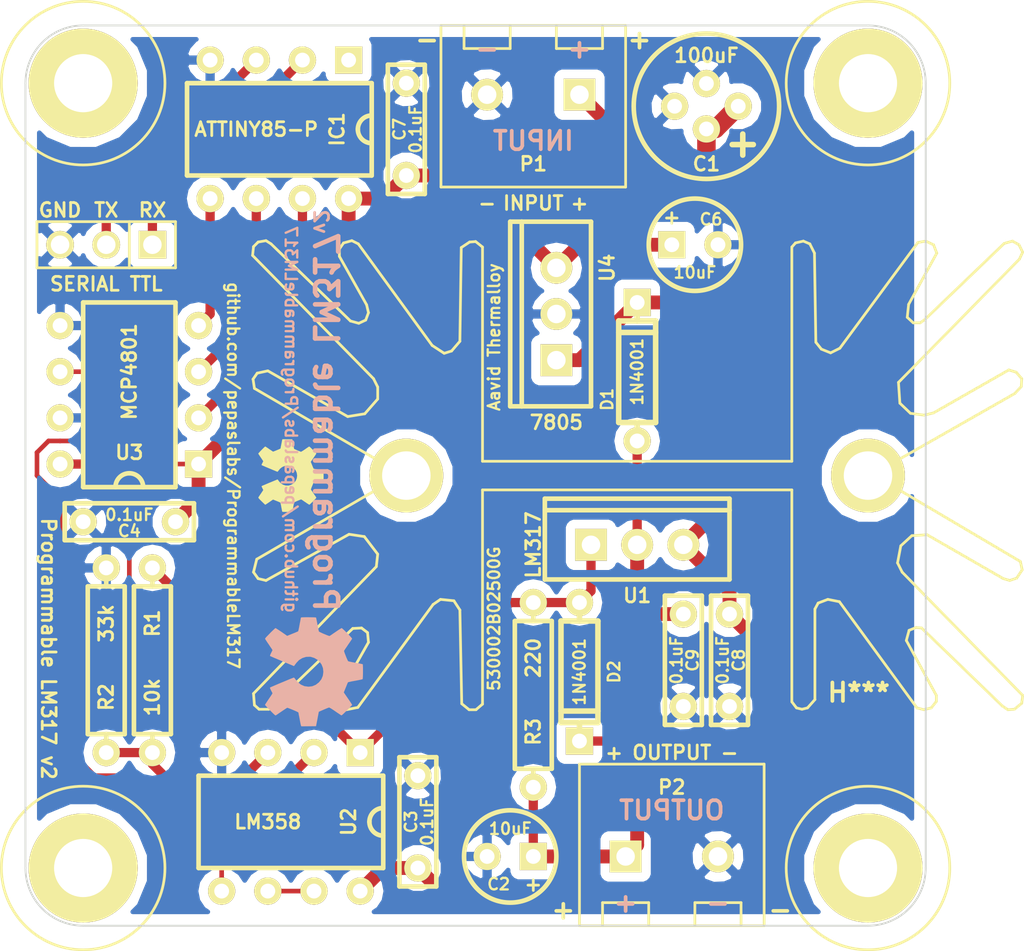
<source format=kicad_pcb>
(kicad_pcb (version 3) (host pcbnew "(2013-07-07 BZR 4022)-stable")

  (general
    (links 51)
    (no_connects 0)
    (area 115.204114 121.535999 177.113001 174.374001)
    (thickness 1.6)
    (drawings 35)
    (tracks 117)
    (zones 0)
    (modules 28)
    (nets 14)
  )

  (page A3)
  (layers
    (15 F.Cu signal)
    (0 B.Cu signal hide)
    (16 B.Adhes user)
    (17 F.Adhes user)
    (18 B.Paste user)
    (19 F.Paste user)
    (20 B.SilkS user)
    (21 F.SilkS user)
    (22 B.Mask user)
    (23 F.Mask user)
    (24 Dwgs.User user)
    (25 Cmts.User user)
    (26 Eco1.User user)
    (27 Eco2.User user)
    (28 Edge.Cuts user)
  )

  (setup
    (last_trace_width 0.254)
    (user_trace_width 0.508)
    (user_trace_width 0.762)
    (user_trace_width 1.016)
    (user_trace_width 1.524)
    (user_trace_width 2.032)
    (trace_clearance 0.254)
    (zone_clearance 0.508)
    (zone_45_only no)
    (trace_min 0.254)
    (segment_width 0.2)
    (edge_width 0.1)
    (via_size 0.889)
    (via_drill 0.635)
    (via_min_size 0.889)
    (via_min_drill 0.508)
    (uvia_size 0.508)
    (uvia_drill 0.127)
    (uvias_allowed no)
    (uvia_min_size 0.508)
    (uvia_min_drill 0.127)
    (pcb_text_width 0.2032)
    (pcb_text_size 1.016 1.016)
    (mod_edge_width 0.15)
    (mod_text_size 1 1)
    (mod_text_width 0.15)
    (pad_size 1.5 1.5)
    (pad_drill 0.6)
    (pad_to_mask_clearance 0)
    (aux_axis_origin 0 0)
    (visible_elements 7FFFFFFF)
    (pcbplotparams
      (layerselection 284196865)
      (usegerberextensions true)
      (excludeedgelayer true)
      (linewidth 0.150000)
      (plotframeref false)
      (viasonmask false)
      (mode 1)
      (useauxorigin false)
      (hpglpennumber 1)
      (hpglpenspeed 20)
      (hpglpendiameter 15)
      (hpglpenoverlay 2)
      (psnegative false)
      (psa4output false)
      (plotreference true)
      (plotvalue true)
      (plotothertext true)
      (plotinvisibletext false)
      (padsonsilk false)
      (subtractmaskfromsilk false)
      (outputformat 1)
      (mirror false)
      (drillshape 0)
      (scaleselection 1)
      (outputdirectory gerbers/))
  )

  (net 0 "")
  (net 1 5V)
  (net 2 GND)
  (net 3 N-0000010)
  (net 4 N-0000011)
  (net 5 N-0000013)
  (net 6 N-0000016)
  (net 7 N-0000017)
  (net 8 N-0000018)
  (net 9 N-000009)
  (net 10 RX)
  (net 11 TX)
  (net 12 Vcc)
  (net 13 Vout)

  (net_class Default "This is the default net class."
    (clearance 0.254)
    (trace_width 0.254)
    (via_dia 0.889)
    (via_drill 0.635)
    (uvia_dia 0.508)
    (uvia_drill 0.127)
    (add_net "")
    (add_net 5V)
    (add_net GND)
    (add_net N-0000010)
    (add_net N-0000011)
    (add_net N-0000013)
    (add_net N-0000016)
    (add_net N-0000017)
    (add_net N-0000018)
    (add_net N-000009)
    (add_net RX)
    (add_net TX)
    (add_net Vcc)
    (add_net Vout)
  )

  (module TO-220_V_069A (layer F.Cu) (tedit 5512CD26) (tstamp 5512132B)
    (at 151.13 141.605 90)
    (descr "TO-220, vertical, 0.04\" holes, 0.069\" pads")
    (tags "TR TO220")
    (path /550F966D)
    (fp_text reference U4 (at 5.08 2.794 90) (layer F.SilkS)
      (effects (font (size 0.762 0.762) (thickness 0.1524)))
    )
    (fp_text value 7805 (at -3.429 0 180) (layer F.SilkS)
      (effects (font (size 0.762 0.762) (thickness 0.1524)))
    )
    (fp_line (start -2.54 -1.905) (end -2.54 -2.54) (layer F.SilkS) (width 0.254))
    (fp_line (start -2.54 -2.54) (end 7.62 -2.54) (layer F.SilkS) (width 0.254))
    (fp_line (start 7.62 -2.54) (end 7.62 -1.905) (layer F.SilkS) (width 0.254))
    (fp_line (start -2.54 1.905) (end -2.54 -1.905) (layer F.SilkS) (width 0.254))
    (fp_line (start -2.54 -1.905) (end 7.62 -1.905) (layer F.SilkS) (width 0.254))
    (fp_line (start 7.62 -1.905) (end 7.62 1.905) (layer F.SilkS) (width 0.254))
    (fp_line (start 7.62 1.905) (end -2.54 1.905) (layer F.SilkS) (width 0.254))
    (pad 1 thru_hole rect (at 0 0 180) (size 1.7526 1.7526) (drill 1.016)
      (layers *.Cu *.Mask F.SilkS)
      (net 12 Vcc)
    )
    (pad 2 thru_hole oval (at 2.54 0 180) (size 1.7526 1.7526) (drill 1.016)
      (layers *.Cu *.Mask F.SilkS)
      (net 2 GND)
    )
    (pad 3 thru_hole oval (at 5.08 0 180) (size 1.7526 1.7526) (drill 1.016)
      (layers *.Cu *.Mask F.SilkS)
      (net 1 5V)
    )
  )

  (module ELCAP_10_20_V_059A (layer F.Cu) (tedit 5512CD0B) (tstamp 55121389)
    (at 157.48 135.255)
    (descr "Electrolytic Capacitor, vertical, 0.1\" pins, 0.2\" body")
    (tags CP)
    (path /550F9688)
    (fp_text reference C6 (at 2.159 -1.397) (layer F.SilkS)
      (effects (font (size 0.635 0.635) (thickness 0.127)))
    )
    (fp_text value 10uF (at 1.27 1.524) (layer F.SilkS)
      (effects (font (size 0.635 0.635) (thickness 0.127)))
    )
    (fp_text user + (at 0 -1.524) (layer F.SilkS)
      (effects (font (size 0.762 0.762) (thickness 0.1524)))
    )
    (fp_circle (center 1.27 0) (end 3.81 0) (layer F.SilkS) (width 0.254))
    (pad 1 thru_hole rect (at 0 0) (size 1.4986 1.4986) (drill 0.8128)
      (layers *.Cu *.Mask F.SilkS)
      (net 1 5V)
    )
    (pad 2 thru_hole oval (at 2.54 0) (size 1.4986 1.4986) (drill 0.8128)
      (layers *.Cu *.Mask F.SilkS)
      (net 2 GND)
    )
    (model discret/c_vert_c2v10.wrl
      (at (xyz 0 0 0))
      (scale (xyz 1 1 1))
      (rotate (xyz 0 0 0))
    )
  )

  (module TO-220_V_069A (layer F.Cu) (tedit 53A23DA0) (tstamp 5512131D)
    (at 153.035 151.765)
    (descr "TO-220, vertical, 0.04\" holes, 0.069\" pads")
    (tags "TR TO220")
    (path /550F906F)
    (fp_text reference U1 (at 2.54 2.794) (layer F.SilkS)
      (effects (font (size 0.762 0.762) (thickness 0.1524)))
    )
    (fp_text value LM317 (at -3.175 0 90) (layer F.SilkS)
      (effects (font (size 0.762 0.762) (thickness 0.1524)))
    )
    (fp_line (start -2.54 -1.905) (end -2.54 -2.54) (layer F.SilkS) (width 0.254))
    (fp_line (start -2.54 -2.54) (end 7.62 -2.54) (layer F.SilkS) (width 0.254))
    (fp_line (start 7.62 -2.54) (end 7.62 -1.905) (layer F.SilkS) (width 0.254))
    (fp_line (start -2.54 1.905) (end -2.54 -1.905) (layer F.SilkS) (width 0.254))
    (fp_line (start -2.54 -1.905) (end 7.62 -1.905) (layer F.SilkS) (width 0.254))
    (fp_line (start 7.62 -1.905) (end 7.62 1.905) (layer F.SilkS) (width 0.254))
    (fp_line (start 7.62 1.905) (end -2.54 1.905) (layer F.SilkS) (width 0.254))
    (pad 1 thru_hole rect (at 0 0 90) (size 1.7526 1.7526) (drill 1.016)
      (layers *.Cu *.Mask F.SilkS)
      (net 6 N-0000016)
    )
    (pad 2 thru_hole oval (at 2.54 0 90) (size 1.7526 1.7526) (drill 1.016)
      (layers *.Cu *.Mask F.SilkS)
      (net 13 Vout)
    )
    (pad 3 thru_hole oval (at 5.08 0 90) (size 1.7526 1.7526) (drill 1.016)
      (layers *.Cu *.Mask F.SilkS)
      (net 12 Vcc)
    )
  )

  (module R_AXIAL_0W25_059A (layer F.Cu) (tedit 53A245D9) (tstamp 55121338)
    (at 128.905 153.035 270)
    (descr "Resistor Axial 1/4W 0.4\"")
    (tags R)
    (path /550F91CC)
    (autoplace_cost180 10)
    (fp_text reference R1 (at 3.048 0 270) (layer F.SilkS)
      (effects (font (size 0.762 0.762) (thickness 0.1524)))
    )
    (fp_text value 10k (at 7.112 0 270) (layer F.SilkS)
      (effects (font (size 0.762 0.762) (thickness 0.1524)))
    )
    (fp_line (start 0 0) (end 1.016 0) (layer F.SilkS) (width 0.254))
    (fp_line (start 1.016 0) (end 1.016 -1.016) (layer F.SilkS) (width 0.254))
    (fp_line (start 1.016 -1.016) (end 9.144 -1.016) (layer F.SilkS) (width 0.254))
    (fp_line (start 9.144 -1.016) (end 9.144 1.016) (layer F.SilkS) (width 0.254))
    (fp_line (start 9.144 1.016) (end 1.016 1.016) (layer F.SilkS) (width 0.254))
    (fp_line (start 1.016 1.016) (end 1.016 0) (layer F.SilkS) (width 0.254))
    (fp_line (start 10.16 0) (end 9.144 0) (layer F.SilkS) (width 0.254))
    (pad 1 thru_hole oval (at 0 0 270) (size 1.4986 1.4986) (drill 0.8128)
      (layers *.Cu *.Mask F.SilkS)
      (net 6 N-0000016)
    )
    (pad 2 thru_hole oval (at 10.16 0 270) (size 1.4986 1.4986) (drill 0.8128)
      (layers *.Cu *.Mask F.SilkS)
      (net 8 N-0000018)
    )
    (model discret/resistor.wrl
      (at (xyz 0 0 0))
      (scale (xyz 0.4 0.4 0.4))
      (rotate (xyz 0 0 0))
    )
  )

  (module R_AXIAL_0W25_059A (layer F.Cu) (tedit 53A245D9) (tstamp 55121345)
    (at 126.365 163.195 90)
    (descr "Resistor Axial 1/4W 0.4\"")
    (tags R)
    (path /550F91DB)
    (autoplace_cost180 10)
    (fp_text reference R2 (at 3.048 0 90) (layer F.SilkS)
      (effects (font (size 0.762 0.762) (thickness 0.1524)))
    )
    (fp_text value 33k (at 7.112 0 90) (layer F.SilkS)
      (effects (font (size 0.762 0.762) (thickness 0.1524)))
    )
    (fp_line (start 0 0) (end 1.016 0) (layer F.SilkS) (width 0.254))
    (fp_line (start 1.016 0) (end 1.016 -1.016) (layer F.SilkS) (width 0.254))
    (fp_line (start 1.016 -1.016) (end 9.144 -1.016) (layer F.SilkS) (width 0.254))
    (fp_line (start 9.144 -1.016) (end 9.144 1.016) (layer F.SilkS) (width 0.254))
    (fp_line (start 9.144 1.016) (end 1.016 1.016) (layer F.SilkS) (width 0.254))
    (fp_line (start 1.016 1.016) (end 1.016 0) (layer F.SilkS) (width 0.254))
    (fp_line (start 10.16 0) (end 9.144 0) (layer F.SilkS) (width 0.254))
    (pad 1 thru_hole oval (at 0 0 90) (size 1.4986 1.4986) (drill 0.8128)
      (layers *.Cu *.Mask F.SilkS)
      (net 8 N-0000018)
    )
    (pad 2 thru_hole oval (at 10.16 0 90) (size 1.4986 1.4986) (drill 0.8128)
      (layers *.Cu *.Mask F.SilkS)
      (net 2 GND)
    )
    (model discret/resistor.wrl
      (at (xyz 0 0 0))
      (scale (xyz 0.4 0.4 0.4))
      (rotate (xyz 0 0 0))
    )
  )

  (module PIN_ARRAY_3X1 (layer F.Cu) (tedit 5512CFAB) (tstamp 55121351)
    (at 126.365 135.255 180)
    (descr "Connecteur 3 pins")
    (tags "CONN DEV")
    (path /550F9D52)
    (fp_text reference K1 (at 0.254 -2.159 180) (layer F.SilkS) hide
      (effects (font (size 0.762 0.762) (thickness 0.1524)))
    )
    (fp_text value CONN_3 (at 0 -2.159 180) (layer F.SilkS) hide
      (effects (font (size 1.016 1.016) (thickness 0.1524)))
    )
    (fp_line (start -3.81 1.27) (end -3.81 -1.27) (layer F.SilkS) (width 0.1524))
    (fp_line (start -3.81 -1.27) (end 3.81 -1.27) (layer F.SilkS) (width 0.1524))
    (fp_line (start 3.81 -1.27) (end 3.81 1.27) (layer F.SilkS) (width 0.1524))
    (fp_line (start 3.81 1.27) (end -3.81 1.27) (layer F.SilkS) (width 0.1524))
    (fp_line (start -1.27 -1.27) (end -1.27 1.27) (layer F.SilkS) (width 0.1524))
    (pad 1 thru_hole rect (at -2.54 0 180) (size 1.524 1.524) (drill 1.016)
      (layers *.Cu *.Mask F.SilkS)
      (net 10 RX)
    )
    (pad 2 thru_hole circle (at 0 0 180) (size 1.524 1.524) (drill 1.016)
      (layers *.Cu *.Mask F.SilkS)
      (net 11 TX)
    )
    (pad 3 thru_hole circle (at 2.54 0 180) (size 1.524 1.524) (drill 1.016)
      (layers *.Cu *.Mask F.SilkS)
      (net 2 GND)
    )
    (model pin_array/pins_array_3x1.wrl
      (at (xyz 0 0 0))
      (scale (xyz 1 1 1))
      (rotate (xyz 0 0 0))
    )
  )

  (module MedCap (layer F.Cu) (tedit 551380A3) (tstamp 55121371)
    (at 159.385 127.635 180)
    (path /550F907E)
    (fp_text reference C1 (at 0 -3.175 180) (layer F.SilkS)
      (effects (font (size 0.762 0.762) (thickness 0.1524)))
    )
    (fp_text value 100uF (at 0 2.794 180) (layer F.SilkS)
      (effects (font (size 0.762 0.762) (thickness 0.1524)))
    )
    (fp_circle (center 0 0) (end -4 0) (layer F.SilkS) (width 0.254))
    (fp_text user 3.5mm (at 2.75 1.5 180) (layer F.SilkS) hide
      (effects (font (size 0.635 0.635) (thickness 0.127)))
    )
    (fp_text user 2.5mm (at 0 2.75 180) (layer F.SilkS) hide
      (effects (font (size 0.635 0.635) (thickness 0.127)))
    )
    (fp_text user + (at -2 -2 180) (layer F.SilkS)
      (effects (font (size 1.524 1.524) (thickness 0.3048)))
    )
    (pad 2 thru_hole circle (at 0 1.25 180) (size 1.4986 1.4986) (drill 0.8128)
      (layers *.Cu *.Mask F.SilkS)
      (net 2 GND)
    )
    (pad 1 thru_hole circle (at -1.75 0 180) (size 1.4986 1.4986) (drill 0.8128)
      (layers *.Cu *.Mask F.SilkS)
      (net 12 Vcc)
    )
    (pad 2 thru_hole circle (at 1.75 0 180) (size 1.4986 1.4986) (drill 0.8128)
      (layers *.Cu *.Mask F.SilkS)
      (net 2 GND)
    )
    (pad 1 thru_hole circle (at 0 -1.25 180) (size 1.4986 1.4986) (drill 0.8128)
      (layers *.Cu *.Mask F.SilkS)
      (net 12 Vcc)
    )
  )

  (module CERCAP_2_059A (layer F.Cu) (tedit 53A24A4F) (tstamp 551213A5)
    (at 143.51 167.005 90)
    (descr "Capacitor, 0.2\" pin spacing")
    (tags C)
    (path /550F9257)
    (fp_text reference C3 (at 0 -0.381 90) (layer F.SilkS)
      (effects (font (size 0.635 0.635) (thickness 0.127)))
    )
    (fp_text value 0.1uF (at 0 0.508 90) (layer F.SilkS)
      (effects (font (size 0.635 0.635) (thickness 0.127)))
    )
    (fp_line (start -3.556 -1.016) (end 3.556 -1.016) (layer F.SilkS) (width 0.254))
    (fp_line (start 3.556 -1.016) (end 3.556 1.016) (layer F.SilkS) (width 0.254))
    (fp_line (start 3.556 1.016) (end -3.556 1.016) (layer F.SilkS) (width 0.254))
    (fp_line (start -3.556 1.016) (end -3.556 -1.016) (layer F.SilkS) (width 0.254))
    (pad 1 thru_hole circle (at -2.54 0 90) (size 1.4986 1.4986) (drill 0.8128)
      (layers *.Cu *.Mask F.SilkS)
      (net 12 Vcc)
    )
    (pad 2 thru_hole circle (at 2.54 0 90) (size 1.4986 1.4986) (drill 0.8128)
      (layers *.Cu *.Mask F.SilkS)
      (net 2 GND)
    )
    (model discret/capa_2pas_5x5mm.wrl
      (at (xyz 0 0 0))
      (scale (xyz 1 1 1))
      (rotate (xyz 0 0 0))
    )
  )

  (module CERCAP_2_059A (layer F.Cu) (tedit 53A24A4F) (tstamp 551213AF)
    (at 142.875 128.905 90)
    (descr "Capacitor, 0.2\" pin spacing")
    (tags C)
    (path /550F97D7)
    (fp_text reference C7 (at 0 -0.381 90) (layer F.SilkS)
      (effects (font (size 0.635 0.635) (thickness 0.127)))
    )
    (fp_text value 0.1uF (at 0 0.508 90) (layer F.SilkS)
      (effects (font (size 0.635 0.635) (thickness 0.127)))
    )
    (fp_line (start -3.556 -1.016) (end 3.556 -1.016) (layer F.SilkS) (width 0.254))
    (fp_line (start 3.556 -1.016) (end 3.556 1.016) (layer F.SilkS) (width 0.254))
    (fp_line (start 3.556 1.016) (end -3.556 1.016) (layer F.SilkS) (width 0.254))
    (fp_line (start -3.556 1.016) (end -3.556 -1.016) (layer F.SilkS) (width 0.254))
    (pad 1 thru_hole circle (at -2.54 0 90) (size 1.4986 1.4986) (drill 0.8128)
      (layers *.Cu *.Mask F.SilkS)
      (net 1 5V)
    )
    (pad 2 thru_hole circle (at 2.54 0 90) (size 1.4986 1.4986) (drill 0.8128)
      (layers *.Cu *.Mask F.SilkS)
      (net 2 GND)
    )
    (model discret/capa_2pas_5x5mm.wrl
      (at (xyz 0 0 0))
      (scale (xyz 1 1 1))
      (rotate (xyz 0 0 0))
    )
  )

  (module CERCAP_2_059A (layer F.Cu) (tedit 5512CF5C) (tstamp 551213B9)
    (at 127.635 150.495 180)
    (descr "Capacitor, 0.2\" pin spacing")
    (tags C)
    (path /550F99AE)
    (fp_text reference C4 (at 0 -0.508 180) (layer F.SilkS)
      (effects (font (size 0.635 0.635) (thickness 0.127)))
    )
    (fp_text value 0.1uF (at 0 0.381 180) (layer F.SilkS)
      (effects (font (size 0.635 0.635) (thickness 0.127)))
    )
    (fp_line (start -3.556 -1.016) (end 3.556 -1.016) (layer F.SilkS) (width 0.254))
    (fp_line (start 3.556 -1.016) (end 3.556 1.016) (layer F.SilkS) (width 0.254))
    (fp_line (start 3.556 1.016) (end -3.556 1.016) (layer F.SilkS) (width 0.254))
    (fp_line (start -3.556 1.016) (end -3.556 -1.016) (layer F.SilkS) (width 0.254))
    (pad 1 thru_hole circle (at -2.54 0 180) (size 1.4986 1.4986) (drill 0.8128)
      (layers *.Cu *.Mask F.SilkS)
      (net 1 5V)
    )
    (pad 2 thru_hole circle (at 2.54 0 180) (size 1.4986 1.4986) (drill 0.8128)
      (layers *.Cu *.Mask F.SilkS)
      (net 2 GND)
    )
    (model discret/capa_2pas_5x5mm.wrl
      (at (xyz 0 0 0))
      (scale (xyz 1 1 1))
      (rotate (xyz 0 0 0))
    )
  )

  (module DIP8_059A (layer F.Cu) (tedit 53A23991) (tstamp 55121467)
    (at 140.335 163.195 180)
    (descr "8-lead DIP package")
    (tags DIP)
    (path /550F91B8)
    (fp_text reference U2 (at 0.635 -3.81 270) (layer F.SilkS)
      (effects (font (size 0.762 0.762) (thickness 0.1524)))
    )
    (fp_text value LM358 (at 5.08 -3.81 180) (layer F.SilkS)
      (effects (font (size 0.762 0.762) (thickness 0.1524)))
    )
    (fp_arc (start -1.27 -3.81) (end -1.27 -4.572) (angle 90) (layer F.SilkS) (width 0.254))
    (fp_arc (start -1.27 -3.81) (end -0.508 -3.81) (angle 90) (layer F.SilkS) (width 0.254))
    (fp_line (start -1.27 -6.35) (end 8.89 -6.35) (layer F.SilkS) (width 0.254))
    (fp_line (start 8.89 -6.35) (end 8.89 -1.27) (layer F.SilkS) (width 0.254))
    (fp_line (start 8.89 -1.27) (end -1.27 -1.27) (layer F.SilkS) (width 0.254))
    (fp_line (start -1.27 -1.27) (end -1.27 -6.35) (layer F.SilkS) (width 0.254))
    (pad 1 thru_hole rect (at 0 0 180) (size 1.4986 1.4986) (drill 0.8128)
      (layers *.Cu *.Mask F.SilkS)
      (net 6 N-0000016)
    )
    (pad 2 thru_hole oval (at 2.54 0 180) (size 1.4986 1.4986) (drill 0.8128)
      (layers *.Cu *.Mask F.SilkS)
      (net 8 N-0000018)
    )
    (pad 3 thru_hole oval (at 5.08 0 180) (size 1.4986 1.4986) (drill 0.8128)
      (layers *.Cu *.Mask F.SilkS)
      (net 7 N-0000017)
    )
    (pad 4 thru_hole oval (at 7.62 0 180) (size 1.4986 1.4986) (drill 0.8128)
      (layers *.Cu *.Mask F.SilkS)
      (net 2 GND)
    )
    (pad 5 thru_hole oval (at 7.62 -7.62 180) (size 1.4986 1.4986) (drill 0.8128)
      (layers *.Cu *.Mask F.SilkS)
      (net 1 5V)
    )
    (pad 6 thru_hole oval (at 5.08 -7.62 180) (size 1.4986 1.4986) (drill 0.8128)
      (layers *.Cu *.Mask F.SilkS)
      (net 5 N-0000013)
    )
    (pad 8 thru_hole oval (at 0 -7.62 180) (size 1.4986 1.4986) (drill 0.8128)
      (layers *.Cu *.Mask F.SilkS)
      (net 12 Vcc)
    )
    (pad 7 thru_hole oval (at 2.54 -7.62 180) (size 1.4986 1.4986) (drill 0.8128)
      (layers *.Cu *.Mask F.SilkS)
      (net 5 N-0000013)
    )
    (model dil/dil_8.wrl
      (at (xyz 0 0 0))
      (scale (xyz 1 1 1))
      (rotate (xyz 0 0 0))
    )
  )

  (module DIP8_059A (layer F.Cu) (tedit 53A23991) (tstamp 55121479)
    (at 131.445 147.32 90)
    (descr "8-lead DIP package")
    (tags DIP)
    (path /550F9940)
    (fp_text reference U3 (at 0.635 -3.81 180) (layer F.SilkS)
      (effects (font (size 0.762 0.762) (thickness 0.1524)))
    )
    (fp_text value MCP4801 (at 5.08 -3.81 90) (layer F.SilkS)
      (effects (font (size 0.762 0.762) (thickness 0.1524)))
    )
    (fp_arc (start -1.27 -3.81) (end -1.27 -4.572) (angle 90) (layer F.SilkS) (width 0.254))
    (fp_arc (start -1.27 -3.81) (end -0.508 -3.81) (angle 90) (layer F.SilkS) (width 0.254))
    (fp_line (start -1.27 -6.35) (end 8.89 -6.35) (layer F.SilkS) (width 0.254))
    (fp_line (start 8.89 -6.35) (end 8.89 -1.27) (layer F.SilkS) (width 0.254))
    (fp_line (start 8.89 -1.27) (end -1.27 -1.27) (layer F.SilkS) (width 0.254))
    (fp_line (start -1.27 -1.27) (end -1.27 -6.35) (layer F.SilkS) (width 0.254))
    (pad 1 thru_hole rect (at 0 0 90) (size 1.4986 1.4986) (drill 0.8128)
      (layers *.Cu *.Mask F.SilkS)
      (net 1 5V)
    )
    (pad 2 thru_hole oval (at 2.54 0 90) (size 1.4986 1.4986) (drill 0.8128)
      (layers *.Cu *.Mask F.SilkS)
      (net 4 N-0000011)
    )
    (pad 3 thru_hole oval (at 5.08 0 90) (size 1.4986 1.4986) (drill 0.8128)
      (layers *.Cu *.Mask F.SilkS)
      (net 3 N-0000010)
    )
    (pad 4 thru_hole oval (at 7.62 0 90) (size 1.4986 1.4986) (drill 0.8128)
      (layers *.Cu *.Mask F.SilkS)
      (net 9 N-000009)
    )
    (pad 5 thru_hole oval (at 7.62 -7.62 90) (size 1.4986 1.4986) (drill 0.8128)
      (layers *.Cu *.Mask F.SilkS)
      (net 2 GND)
    )
    (pad 6 thru_hole oval (at 5.08 -7.62 90) (size 1.4986 1.4986) (drill 0.8128)
      (layers *.Cu *.Mask F.SilkS)
      (net 1 5V)
    )
    (pad 8 thru_hole oval (at 0 -7.62 90) (size 1.4986 1.4986) (drill 0.8128)
      (layers *.Cu *.Mask F.SilkS)
      (net 7 N-0000017)
    )
    (pad 7 thru_hole oval (at 2.54 -7.62 90) (size 1.4986 1.4986) (drill 0.8128)
      (layers *.Cu *.Mask F.SilkS)
      (net 2 GND)
    )
    (model dil/dil_8.wrl
      (at (xyz 0 0 0))
      (scale (xyz 1 1 1))
      (rotate (xyz 0 0 0))
    )
  )

  (module DIP8_059A (layer F.Cu) (tedit 5512CD55) (tstamp 551213FB)
    (at 139.7 125.095 180)
    (descr "8-lead DIP package")
    (tags DIP)
    (path /550F9657)
    (fp_text reference IC1 (at 0.635 -3.81 270) (layer F.SilkS)
      (effects (font (size 0.762 0.762) (thickness 0.1524)))
    )
    (fp_text value ATTINY85-P (at 5.08 -3.81 180) (layer F.SilkS)
      (effects (font (size 0.762 0.762) (thickness 0.1524)))
    )
    (fp_arc (start -1.27 -3.81) (end -1.27 -4.572) (angle 90) (layer F.SilkS) (width 0.254))
    (fp_arc (start -1.27 -3.81) (end -0.508 -3.81) (angle 90) (layer F.SilkS) (width 0.254))
    (fp_line (start -1.27 -6.35) (end 8.89 -6.35) (layer F.SilkS) (width 0.254))
    (fp_line (start 8.89 -6.35) (end 8.89 -1.27) (layer F.SilkS) (width 0.254))
    (fp_line (start 8.89 -1.27) (end -1.27 -1.27) (layer F.SilkS) (width 0.254))
    (fp_line (start -1.27 -1.27) (end -1.27 -6.35) (layer F.SilkS) (width 0.254))
    (pad 1 thru_hole rect (at 0 0 180) (size 1.4986 1.4986) (drill 0.8128)
      (layers *.Cu *.Mask F.SilkS)
    )
    (pad 2 thru_hole oval (at 2.54 0 180) (size 1.4986 1.4986) (drill 0.8128)
      (layers *.Cu *.Mask F.SilkS)
      (net 10 RX)
    )
    (pad 3 thru_hole oval (at 5.08 0 180) (size 1.4986 1.4986) (drill 0.8128)
      (layers *.Cu *.Mask F.SilkS)
      (net 11 TX)
    )
    (pad 4 thru_hole oval (at 7.62 0 180) (size 1.4986 1.4986) (drill 0.8128)
      (layers *.Cu *.Mask F.SilkS)
      (net 2 GND)
    )
    (pad 5 thru_hole oval (at 7.62 -7.62 180) (size 1.4986 1.4986) (drill 0.8128)
      (layers *.Cu *.Mask F.SilkS)
      (net 9 N-000009)
    )
    (pad 6 thru_hole oval (at 5.08 -7.62 180) (size 1.4986 1.4986) (drill 0.8128)
      (layers *.Cu *.Mask F.SilkS)
      (net 3 N-0000010)
    )
    (pad 8 thru_hole oval (at 0 -7.62 180) (size 1.4986 1.4986) (drill 0.8128)
      (layers *.Cu *.Mask F.SilkS)
      (net 1 5V)
    )
    (pad 7 thru_hole oval (at 2.54 -7.62 180) (size 1.4986 1.4986) (drill 0.8128)
      (layers *.Cu *.Mask F.SilkS)
      (net 4 N-0000011)
    )
    (model dil/dil_8.wrl
      (at (xyz 0 0 0))
      (scale (xyz 1 1 1))
      (rotate (xyz 0 0 0))
    )
  )

  (module 530002B02500G (layer F.Cu) (tedit 5512D064) (tstamp 55127A32)
    (at 168.275 147.955 180)
    (descr "Aavid Thermalloy 530002B02500G TO-220 heat sink")
    (fp_text reference H*** (at 0.508 -11.938 180) (layer F.SilkS)
      (effects (font (size 1.016 1.016) (thickness 0.2032)))
    )
    (fp_text value 530002B02500G (at 20.574 -7.874 270) (layer F.SilkS)
      (effects (font (size 0.635 0.635) (thickness 0.127)))
    )
    (fp_text user "Aavid Thermalloy" (at 20.574 7.62 270) (layer F.SilkS)
      (effects (font (size 0.635 0.635) (thickness 0.127)))
    )
    (fp_line (start 21.59 12.8778) (end 21.209 12.573) (layer F.SilkS) (width 0.15))
    (fp_line (start 21.209 0.7874) (end 21.209 12.573) (layer F.SilkS) (width 0.15))
    (fp_line (start 21.5646 -12.8778) (end 21.209 -12.573) (layer F.SilkS) (width 0.15))
    (fp_line (start 21.209 -0.7874) (end 21.209 -12.573) (layer F.SilkS) (width 0.15))
    (fp_line (start 3.9878 12.8016) (end 4.191 12.573) (layer F.SilkS) (width 0.15))
    (fp_line (start 4.191 0.7874) (end 4.191 12.573) (layer F.SilkS) (width 0.15))
    (fp_line (start 4.191 -12.446) (end 3.937 -12.7762) (layer F.SilkS) (width 0.15))
    (fp_line (start 4.191 -0.7874) (end 4.191 -12.446) (layer F.SilkS) (width 0.15))
    (fp_line (start -1.1176 -0.4356) (end -8.382 -4.7282) (layer F.SilkS) (width 0.15))
    (fp_line (start -8.382 -4.7282) (end -8.4836 -5.1854) (layer F.SilkS) (width 0.15))
    (fp_line (start -8.4836 -5.1854) (end -8.1788 -5.6426) (layer F.SilkS) (width 0.15))
    (fp_line (start -8.1788 -5.6426) (end -7.7978 -5.7696) (layer F.SilkS) (width 0.15))
    (fp_line (start -7.7978 -5.7696) (end -7.4422 -5.668) (layer F.SilkS) (width 0.15))
    (fp_line (start -7.4422 -5.668) (end -3.2512 -3.255) (layer F.SilkS) (width 0.15))
    (fp_line (start -3.2512 -3.255) (end -2.413 -3.3058) (layer F.SilkS) (width 0.15))
    (fp_line (start -2.413 -3.3058) (end -1.8034 -3.8646) (layer F.SilkS) (width 0.15))
    (fp_line (start -1.8034 -3.8646) (end -1.6256 -4.8044) (layer F.SilkS) (width 0.15))
    (fp_line (start -1.6256 -4.8044) (end -1.8796 -5.3124) (layer F.SilkS) (width 0.15))
    (fp_line (start -1.8796 -5.3124) (end -8.509 -12.0942) (layer F.SilkS) (width 0.15))
    (fp_line (start -8.509 -12.0942) (end -8.4582 -12.526) (layer F.SilkS) (width 0.15))
    (fp_line (start -8.4582 -12.526) (end -8.0518 -12.8562) (layer F.SilkS) (width 0.15))
    (fp_line (start -8.0518 -12.8562) (end -7.6962 -12.8816) (layer F.SilkS) (width 0.15))
    (fp_line (start -7.6962 -12.8816) (end -7.3914 -12.6784) (layer F.SilkS) (width 0.15))
    (fp_line (start -7.3914 -12.6784) (end -2.9464 -8.3858) (layer F.SilkS) (width 0.15))
    (fp_line (start -2.9464 -8.3858) (end -2.6416 -8.3604) (layer F.SilkS) (width 0.15))
    (fp_line (start -2.6416 -8.3604) (end -2.2606 -8.5128) (layer F.SilkS) (width 0.15))
    (fp_line (start -2.2606 -8.5128) (end -2.1082 -9.0716) (layer F.SilkS) (width 0.15))
    (fp_line (start -2.1082 -9.0716) (end -3.7592 -12.0942) (layer F.SilkS) (width 0.15))
    (fp_line (start -3.7592 -12.0942) (end -3.7592 -12.4244) (layer F.SilkS) (width 0.15))
    (fp_line (start -3.7592 -12.4244) (end -3.4798 -12.78) (layer F.SilkS) (width 0.15))
    (fp_line (start -3.4798 -12.78) (end -3.0734 -12.8816) (layer F.SilkS) (width 0.15))
    (fp_line (start -3.0734 -12.8816) (end -2.6924 -12.78) (layer F.SilkS) (width 0.15))
    (fp_line (start -2.6924 -12.78) (end 1.5748 -6.938) (layer F.SilkS) (width 0.15))
    (fp_line (start 1.5748 -6.938) (end 2.2098 -6.811) (layer F.SilkS) (width 0.15))
    (fp_line (start 2.2098 -6.811) (end 2.7432 -7.0142) (layer F.SilkS) (width 0.15))
    (fp_line (start 2.7432 -7.0142) (end 2.921 -7.3444) (layer F.SilkS) (width 0.15))
    (fp_line (start 2.921 -7.3444) (end 2.921 -12.3228) (layer F.SilkS) (width 0.15))
    (fp_line (start 2.921 -12.3228) (end 3.3274 -12.78) (layer F.SilkS) (width 0.15))
    (fp_line (start 3.3274 -12.78) (end 3.6322 -12.8562) (layer F.SilkS) (width 0.15))
    (fp_line (start 3.6322 -12.8562) (end 3.937 -12.78) (layer F.SilkS) (width 0.15))
    (fp_line (start 3.9878 12.8016) (end 3.556 12.8994) (layer F.SilkS) (width 0.15))
    (fp_line (start 3.556 12.8994) (end 3.2004 12.747) (layer F.SilkS) (width 0.15))
    (fp_line (start 3.2004 12.747) (end 2.9464 12.239) (layer F.SilkS) (width 0.15))
    (fp_line (start 2.9464 12.239) (end 2.8702 7.3368) (layer F.SilkS) (width 0.15))
    (fp_line (start 2.8702 7.3368) (end 2.5654 6.9558) (layer F.SilkS) (width 0.15))
    (fp_line (start 2.5654 6.9558) (end 2.0574 6.7526) (layer F.SilkS) (width 0.15))
    (fp_line (start 2.0574 6.7526) (end 1.5494 7.0066) (layer F.SilkS) (width 0.15))
    (fp_line (start 1.5494 7.0066) (end -2.7432 12.8232) (layer F.SilkS) (width 0.15))
    (fp_line (start -2.7432 12.8232) (end -3.175 12.8994) (layer F.SilkS) (width 0.15))
    (fp_line (start -3.175 12.8994) (end -3.6068 12.6962) (layer F.SilkS) (width 0.15))
    (fp_line (start -3.6068 12.6962) (end -3.7846 12.239) (layer F.SilkS) (width 0.15))
    (fp_line (start -3.7846 12.239) (end -2.2352 9.4196) (layer F.SilkS) (width 0.15))
    (fp_line (start -2.2352 9.4196) (end -2.159 8.7084) (layer F.SilkS) (width 0.15))
    (fp_line (start -2.159 8.7084) (end -2.4892 8.4036) (layer F.SilkS) (width 0.15))
    (fp_line (start -2.4892 8.4036) (end -2.8702 8.4036) (layer F.SilkS) (width 0.15))
    (fp_line (start -2.8702 8.4036) (end -3.1242 8.5814) (layer F.SilkS) (width 0.15))
    (fp_line (start -3.1242 8.5814) (end -7.493 12.7724) (layer F.SilkS) (width 0.15))
    (fp_line (start -7.493 12.7724) (end -7.9502 12.8994) (layer F.SilkS) (width 0.15))
    (fp_line (start -7.9502 12.8994) (end -8.3058 12.6962) (layer F.SilkS) (width 0.15))
    (fp_line (start -8.3058 12.6962) (end -8.509 12.2898) (layer F.SilkS) (width 0.15))
    (fp_line (start -8.509 12.2898) (end -8.3312 11.9088) (layer F.SilkS) (width 0.15))
    (fp_line (start -8.3312 11.9088) (end -1.6764 5.127) (layer F.SilkS) (width 0.15))
    (fp_line (start -1.6764 5.127) (end -1.7526 3.984) (layer F.SilkS) (width 0.15))
    (fp_line (start -1.7526 3.984) (end -2.3368 3.4252) (layer F.SilkS) (width 0.15))
    (fp_line (start -2.3368 3.4252) (end -3.0988 3.3236) (layer F.SilkS) (width 0.15))
    (fp_line (start -3.0988 3.3236) (end -3.6068 3.4506) (layer F.SilkS) (width 0.15))
    (fp_line (start -3.6068 3.4506) (end -7.747 5.8128) (layer F.SilkS) (width 0.15))
    (fp_line (start -7.747 5.8128) (end -8.1534 5.6858) (layer F.SilkS) (width 0.15))
    (fp_line (start -8.1534 5.6858) (end -8.4582 5.3302) (layer F.SilkS) (width 0.15))
    (fp_line (start -8.4582 5.3302) (end -8.4328 4.8984) (layer F.SilkS) (width 0.15))
    (fp_line (start -8.4328 4.8984) (end -8.0772 4.5174) (layer F.SilkS) (width 0.15))
    (fp_line (start -8.0772 4.5174) (end -1.1176 0.555) (layer F.SilkS) (width 0.15))
    (fp_line (start 26.5176 0.5804) (end 33.7566 4.7968) (layer F.SilkS) (width 0.15))
    (fp_line (start 33.7566 4.7968) (end 33.8328 5.3048) (layer F.SilkS) (width 0.15))
    (fp_line (start 33.8328 5.3048) (end 33.6042 5.635) (layer F.SilkS) (width 0.15))
    (fp_line (start 33.6042 5.635) (end 33.02 5.762) (layer F.SilkS) (width 0.15))
    (fp_line (start 33.02 5.762) (end 28.6258 3.2474) (layer F.SilkS) (width 0.15))
    (fp_line (start 28.6258 3.2474) (end 27.686 3.3998) (layer F.SilkS) (width 0.15))
    (fp_line (start 27.686 3.3998) (end 26.9748 4.2126) (layer F.SilkS) (width 0.15))
    (fp_line (start 26.9748 4.2126) (end 26.9748 4.873) (layer F.SilkS) (width 0.15))
    (fp_line (start 26.9748 4.873) (end 27.2034 5.3302) (layer F.SilkS) (width 0.15))
    (fp_line (start 27.2034 5.3302) (end 33.8582 12.112) (layer F.SilkS) (width 0.15))
    (fp_line (start 33.8582 12.112) (end 33.8074 12.5946) (layer F.SilkS) (width 0.15))
    (fp_line (start 33.8074 12.5946) (end 33.5534 12.8486) (layer F.SilkS) (width 0.15))
    (fp_line (start 33.5534 12.8486) (end 33.1216 12.9248) (layer F.SilkS) (width 0.15))
    (fp_line (start 33.1216 12.9248) (end 32.8422 12.747) (layer F.SilkS) (width 0.15))
    (fp_line (start 32.8422 12.747) (end 28.4734 8.5052) (layer F.SilkS) (width 0.15))
    (fp_line (start 28.4734 8.5052) (end 28.0162 8.3782) (layer F.SilkS) (width 0.15))
    (fp_line (start 28.0162 8.3782) (end 27.6352 8.556) (layer F.SilkS) (width 0.15))
    (fp_line (start 27.6352 8.556) (end 27.4828 8.9624) (layer F.SilkS) (width 0.15))
    (fp_line (start 27.4828 8.9624) (end 27.5844 9.3942) (layer F.SilkS) (width 0.15))
    (fp_line (start 27.5844 9.3942) (end 29.083 12.0612) (layer F.SilkS) (width 0.15))
    (fp_line (start 29.083 12.0612) (end 29.083 12.4676) (layer F.SilkS) (width 0.15))
    (fp_line (start 29.083 12.4676) (end 28.8544 12.7978) (layer F.SilkS) (width 0.15))
    (fp_line (start 28.8544 12.7978) (end 28.3972 12.9248) (layer F.SilkS) (width 0.15))
    (fp_line (start 28.3972 12.9248) (end 28.0416 12.747) (layer F.SilkS) (width 0.15))
    (fp_line (start 28.0416 12.747) (end 23.9776 7.159) (layer F.SilkS) (width 0.15))
    (fp_line (start 23.9776 7.159) (end 23.3172 6.7272) (layer F.SilkS) (width 0.15))
    (fp_line (start 23.3172 6.7272) (end 22.9108 6.8542) (layer F.SilkS) (width 0.15))
    (fp_line (start 22.9108 6.8542) (end 22.4536 7.3876) (layer F.SilkS) (width 0.15))
    (fp_line (start 22.4536 7.3876) (end 22.3774 12.5438) (layer F.SilkS) (width 0.15))
    (fp_line (start 22.3774 12.5438) (end 21.9202 12.8486) (layer F.SilkS) (width 0.15))
    (fp_line (start 21.9202 12.8486) (end 21.59 12.874) (layer F.SilkS) (width 0.15))
    (fp_line (start 21.9456 -12.8816) (end 22.352 -12.5514) (layer F.SilkS) (width 0.15))
    (fp_line (start 22.352 -12.5514) (end 22.4536 -7.3952) (layer F.SilkS) (width 0.15))
    (fp_line (start 22.4536 -7.3952) (end 22.7838 -6.8872) (layer F.SilkS) (width 0.15))
    (fp_line (start 22.7838 -6.8872) (end 23.5204 -6.811) (layer F.SilkS) (width 0.15))
    (fp_line (start 23.5204 -6.811) (end 23.9268 -7.0904) (layer F.SilkS) (width 0.15))
    (fp_line (start 23.9268 -7.0904) (end 28.067 -12.7546) (layer F.SilkS) (width 0.15))
    (fp_line (start 28.067 -12.7546) (end 28.702 -12.8816) (layer F.SilkS) (width 0.15))
    (fp_line (start 28.702 -12.8816) (end 29.0576 -12.6022) (layer F.SilkS) (width 0.15))
    (fp_line (start 29.0576 -12.6022) (end 29.1084 -12.0434) (layer F.SilkS) (width 0.15))
    (fp_line (start 29.1084 -12.0434) (end 27.4828 -9.1732) (layer F.SilkS) (width 0.15))
    (fp_line (start 27.4828 -9.1732) (end 27.5336 -8.6398) (layer F.SilkS) (width 0.15))
    (fp_line (start 27.5336 -8.6398) (end 27.8638 -8.3858) (layer F.SilkS) (width 0.15))
    (fp_line (start 27.8638 -8.3858) (end 28.3464 -8.4112) (layer F.SilkS) (width 0.15))
    (fp_line (start 28.3464 -8.4112) (end 32.9692 -12.8562) (layer F.SilkS) (width 0.15))
    (fp_line (start 32.9692 -12.8562) (end 33.5026 -12.8562) (layer F.SilkS) (width 0.15))
    (fp_line (start 33.5026 -12.8562) (end 33.7566 -12.6276) (layer F.SilkS) (width 0.15))
    (fp_line (start 33.7566 -12.6276) (end 33.8074 -11.9926) (layer F.SilkS) (width 0.15))
    (fp_line (start 33.8074 -11.9926) (end 27.051 -5.0076) (layer F.SilkS) (width 0.15))
    (fp_line (start 27.051 -5.0076) (end 26.9748 -4.3218) (layer F.SilkS) (width 0.15))
    (fp_line (start 26.9748 -4.3218) (end 27.7114 -3.3566) (layer F.SilkS) (width 0.15))
    (fp_line (start 27.7114 -3.3566) (end 28.5496 -3.2296) (layer F.SilkS) (width 0.15))
    (fp_line (start 28.5496 -3.2296) (end 33.1216 -5.7696) (layer F.SilkS) (width 0.15))
    (fp_line (start 33.1216 -5.7696) (end 33.5534 -5.668) (layer F.SilkS) (width 0.15))
    (fp_line (start 33.5534 -5.668) (end 33.8074 -5.3124) (layer F.SilkS) (width 0.15))
    (fp_line (start 33.8074 -5.3124) (end 33.6296 -4.6012) (layer F.SilkS) (width 0.15))
    (fp_line (start 33.6296 -4.6012) (end 26.543 -0.4864) (layer F.SilkS) (width 0.15))
    (fp_line (start 21.5646 -12.8816) (end 21.9456 -12.8816) (layer F.SilkS) (width 0.15))
    (fp_line (start 4.191 0.7874) (end 21.209 0.7874) (layer F.SilkS) (width 0.15))
    (fp_line (start 4.191 -0.7874) (end 21.209 -0.7874) (layer F.SilkS) (width 0.15))
    (pad 1 thru_hole circle (at 0 0 180) (size 4.064 4.064) (drill 2.667)
      (layers *.Cu *.Mask F.SilkS)
    )
    (pad 2 thru_hole circle (at 25.4 0 180) (size 4.064 4.064) (drill 2.667)
      (layers *.Cu *.Mask F.SilkS)
    )
  )

  (module TERMINAL_BLOCK_2_5mm (layer F.Cu) (tedit 550A7C6D) (tstamp 55125D88)
    (at 157.48 168.91)
    (descr "2 pin terminal block, 5mm spacing")
    (tags "CONN DEV")
    (path /550F9EC9)
    (fp_text reference P2 (at 0 -3.81) (layer F.SilkS)
      (effects (font (size 0.762 0.762) (thickness 0.1524)))
    )
    (fp_text value CONN_2 (at 0 -1.905) (layer F.SilkS) hide
      (effects (font (size 0.762 0.762) (thickness 0.1524)))
    )
    (fp_line (start 1.27 3.81) (end 1.27 2.54) (layer F.SilkS) (width 0.15))
    (fp_line (start 1.27 2.54) (end 3.81 2.54) (layer F.SilkS) (width 0.15))
    (fp_line (start 3.81 2.54) (end 3.81 3.81) (layer F.SilkS) (width 0.15))
    (fp_line (start -3.81 3.81) (end -3.81 2.54) (layer F.SilkS) (width 0.15))
    (fp_line (start -3.81 2.54) (end -1.27 2.54) (layer F.SilkS) (width 0.15))
    (fp_line (start -1.27 2.54) (end -1.27 3.81) (layer F.SilkS) (width 0.15))
    (fp_line (start -5.08 -5.08) (end -5.08 3.81) (layer F.SilkS) (width 0.15))
    (fp_line (start -5.08 3.81) (end 5.08 3.81) (layer F.SilkS) (width 0.15))
    (fp_line (start 5.08 3.81) (end 5.08 -5.08) (layer F.SilkS) (width 0.15))
    (fp_line (start 5.08 -5.08) (end -5.08 -5.08) (layer F.SilkS) (width 0.15))
    (pad 1 thru_hole rect (at -2.54 0) (size 1.7526 1.7526) (drill 1.016)
      (layers *.Cu *.Mask F.SilkS)
      (net 13 Vout)
    )
    (pad 2 thru_hole circle (at 2.54 0) (size 1.7526 1.7526) (drill 1.016)
      (layers *.Cu *.Mask F.SilkS)
      (net 2 GND)
    )
    (model pin_array/pins_array_2x1.wrl
      (at (xyz 0 0 0))
      (scale (xyz 1 1 1))
      (rotate (xyz 0 0 0))
    )
  )

  (module TERMINAL_BLOCK_2_5mm (layer F.Cu) (tedit 550A7C6D) (tstamp 55125D98)
    (at 149.86 127 180)
    (descr "2 pin terminal block, 5mm spacing")
    (tags "CONN DEV")
    (path /55121266)
    (fp_text reference P1 (at 0 -3.81 180) (layer F.SilkS)
      (effects (font (size 0.762 0.762) (thickness 0.1524)))
    )
    (fp_text value CONN_2 (at 0 -1.905 180) (layer F.SilkS) hide
      (effects (font (size 0.762 0.762) (thickness 0.1524)))
    )
    (fp_line (start 1.27 3.81) (end 1.27 2.54) (layer F.SilkS) (width 0.15))
    (fp_line (start 1.27 2.54) (end 3.81 2.54) (layer F.SilkS) (width 0.15))
    (fp_line (start 3.81 2.54) (end 3.81 3.81) (layer F.SilkS) (width 0.15))
    (fp_line (start -3.81 3.81) (end -3.81 2.54) (layer F.SilkS) (width 0.15))
    (fp_line (start -3.81 2.54) (end -1.27 2.54) (layer F.SilkS) (width 0.15))
    (fp_line (start -1.27 2.54) (end -1.27 3.81) (layer F.SilkS) (width 0.15))
    (fp_line (start -5.08 -5.08) (end -5.08 3.81) (layer F.SilkS) (width 0.15))
    (fp_line (start -5.08 3.81) (end 5.08 3.81) (layer F.SilkS) (width 0.15))
    (fp_line (start 5.08 3.81) (end 5.08 -5.08) (layer F.SilkS) (width 0.15))
    (fp_line (start 5.08 -5.08) (end -5.08 -5.08) (layer F.SilkS) (width 0.15))
    (pad 1 thru_hole rect (at -2.54 0 180) (size 1.7526 1.7526) (drill 1.016)
      (layers *.Cu *.Mask F.SilkS)
      (net 12 Vcc)
    )
    (pad 2 thru_hole circle (at 2.54 0 180) (size 1.7526 1.7526) (drill 1.016)
      (layers *.Cu *.Mask F.SilkS)
      (net 2 GND)
    )
    (model pin_array/pins_array_2x1.wrl
      (at (xyz 0 0 0))
      (scale (xyz 1 1 1))
      (rotate (xyz 0 0 0))
    )
  )

  (module hole_M3 (layer F.Cu) (tedit 532CF1F1) (tstamp 55125E34)
    (at 125.095 126.365)
    (descr "M3 mounting hole")
    (path /55125DF8)
    (fp_text reference H1 (at 0 -3.048) (layer F.SilkS) hide
      (effects (font (size 1.016 1.016) (thickness 0.254)))
    )
    (fp_text value HOLE (at 0 2.794) (layer F.SilkS) hide
      (effects (font (size 1.016 1.016) (thickness 0.254)))
    )
    (fp_circle (center 0 0) (end 4.5 0) (layer F.SilkS) (width 0.15))
    (pad 1 thru_hole circle (at 0 0) (size 6 6) (drill 3.2)
      (layers *.Cu *.Mask F.SilkS)
    )
  )

  (module hole_M3 (layer F.Cu) (tedit 532CF1F1) (tstamp 55125E3A)
    (at 125.095 169.545)
    (descr "M3 mounting hole")
    (path /55125E07)
    (fp_text reference H3 (at 0 -3.048) (layer F.SilkS) hide
      (effects (font (size 1.016 1.016) (thickness 0.254)))
    )
    (fp_text value HOLE (at 0 2.794) (layer F.SilkS) hide
      (effects (font (size 1.016 1.016) (thickness 0.254)))
    )
    (fp_circle (center 0 0) (end 4.5 0) (layer F.SilkS) (width 0.15))
    (pad 1 thru_hole circle (at 0 0) (size 6 6) (drill 3.2)
      (layers *.Cu *.Mask F.SilkS)
    )
  )

  (module hole_M3 (layer F.Cu) (tedit 532CF1F1) (tstamp 55125E40)
    (at 168.275 126.365)
    (descr "M3 mounting hole")
    (path /55125E16)
    (fp_text reference H2 (at 0 -3.048) (layer F.SilkS) hide
      (effects (font (size 1.016 1.016) (thickness 0.254)))
    )
    (fp_text value HOLE (at 0 2.794) (layer F.SilkS) hide
      (effects (font (size 1.016 1.016) (thickness 0.254)))
    )
    (fp_circle (center 0 0) (end 4.5 0) (layer F.SilkS) (width 0.15))
    (pad 1 thru_hole circle (at 0 0) (size 6 6) (drill 3.2)
      (layers *.Cu *.Mask F.SilkS)
    )
  )

  (module hole_M3 (layer F.Cu) (tedit 532CF1F1) (tstamp 55125E46)
    (at 168.275 169.545)
    (descr "M3 mounting hole")
    (path /55125E25)
    (fp_text reference H4 (at 0 -3.048) (layer F.SilkS) hide
      (effects (font (size 1.016 1.016) (thickness 0.254)))
    )
    (fp_text value HOLE (at 0 2.794) (layer F.SilkS) hide
      (effects (font (size 1.016 1.016) (thickness 0.254)))
    )
    (fp_circle (center 0 0) (end 4.5 0) (layer F.SilkS) (width 0.15))
    (pad 1 thru_hole circle (at 0 0) (size 6 6) (drill 3.2)
      (layers *.Cu *.Mask F.SilkS)
    )
  )

  (module CERCAP_2_059A (layer F.Cu) (tedit 5512CA18) (tstamp 551262AA)
    (at 160.655 158.115 270)
    (descr "Capacitor, 0.2\" pin spacing")
    (tags C)
    (path /551262B6)
    (fp_text reference C8 (at 0 -0.508 270) (layer F.SilkS)
      (effects (font (size 0.635 0.635) (thickness 0.127)))
    )
    (fp_text value 0.1uF (at 0 0.381 270) (layer F.SilkS)
      (effects (font (size 0.635 0.635) (thickness 0.127)))
    )
    (fp_line (start -3.556 -1.016) (end 3.556 -1.016) (layer F.SilkS) (width 0.254))
    (fp_line (start 3.556 -1.016) (end 3.556 1.016) (layer F.SilkS) (width 0.254))
    (fp_line (start 3.556 1.016) (end -3.556 1.016) (layer F.SilkS) (width 0.254))
    (fp_line (start -3.556 1.016) (end -3.556 -1.016) (layer F.SilkS) (width 0.254))
    (pad 1 thru_hole circle (at -2.54 0 270) (size 1.4986 1.4986) (drill 0.8128)
      (layers *.Cu *.Mask F.SilkS)
      (net 12 Vcc)
    )
    (pad 2 thru_hole circle (at 2.54 0 270) (size 1.4986 1.4986) (drill 0.8128)
      (layers *.Cu *.Mask F.SilkS)
      (net 2 GND)
    )
    (model discret/capa_2pas_5x5mm.wrl
      (at (xyz 0 0 0))
      (scale (xyz 1 1 1))
      (rotate (xyz 0 0 0))
    )
  )

  (module CERCAP_2_059A (layer F.Cu) (tedit 5512CA1F) (tstamp 551262B4)
    (at 158.115 158.115 270)
    (descr "Capacitor, 0.2\" pin spacing")
    (tags C)
    (path /55126430)
    (fp_text reference C9 (at 0 -0.508 270) (layer F.SilkS)
      (effects (font (size 0.635 0.635) (thickness 0.127)))
    )
    (fp_text value 0.1uF (at 0 0.381 270) (layer F.SilkS)
      (effects (font (size 0.635 0.635) (thickness 0.127)))
    )
    (fp_line (start -3.556 -1.016) (end 3.556 -1.016) (layer F.SilkS) (width 0.254))
    (fp_line (start 3.556 -1.016) (end 3.556 1.016) (layer F.SilkS) (width 0.254))
    (fp_line (start 3.556 1.016) (end -3.556 1.016) (layer F.SilkS) (width 0.254))
    (fp_line (start -3.556 1.016) (end -3.556 -1.016) (layer F.SilkS) (width 0.254))
    (pad 1 thru_hole circle (at -2.54 0 270) (size 1.4986 1.4986) (drill 0.8128)
      (layers *.Cu *.Mask F.SilkS)
      (net 13 Vout)
    )
    (pad 2 thru_hole circle (at 2.54 0 270) (size 1.4986 1.4986) (drill 0.8128)
      (layers *.Cu *.Mask F.SilkS)
      (net 2 GND)
    )
    (model discret/capa_2pas_5x5mm.wrl
      (at (xyz 0 0 0))
      (scale (xyz 1 1 1))
      (rotate (xyz 0 0 0))
    )
  )

  (module ELCAP_10_20_V_059A (layer F.Cu) (tedit 5512CA31) (tstamp 5512642F)
    (at 149.86 168.91 180)
    (descr "Electrolytic Capacitor, vertical, 0.1\" pins, 0.2\" body")
    (tags CP)
    (path /550F916A)
    (fp_text reference C2 (at 1.905 -1.524 180) (layer F.SilkS)
      (effects (font (size 0.635 0.635) (thickness 0.127)))
    )
    (fp_text value 10uF (at 1.27 1.524 180) (layer F.SilkS)
      (effects (font (size 0.635 0.635) (thickness 0.127)))
    )
    (fp_text user + (at 0 -1.524 180) (layer F.SilkS)
      (effects (font (size 0.762 0.762) (thickness 0.1524)))
    )
    (fp_circle (center 1.27 0) (end 3.81 0) (layer F.SilkS) (width 0.254))
    (pad 1 thru_hole rect (at 0 0 180) (size 1.4986 1.4986) (drill 0.8128)
      (layers *.Cu *.Mask F.SilkS)
      (net 13 Vout)
    )
    (pad 2 thru_hole oval (at 2.54 0 180) (size 1.4986 1.4986) (drill 0.8128)
      (layers *.Cu *.Mask F.SilkS)
      (net 2 GND)
    )
    (model discret/c_vert_c2v10.wrl
      (at (xyz 0 0 0))
      (scale (xyz 1 1 1))
      (rotate (xyz 0 0 0))
    )
  )

  (module R_AXIAL_0W25_059A (layer F.Cu) (tedit 53A245D9) (tstamp 55127755)
    (at 149.86 165.1 90)
    (descr "Resistor Axial 1/4W 0.4\"")
    (tags R)
    (path /5512775D)
    (autoplace_cost180 10)
    (fp_text reference R3 (at 3.048 0 90) (layer F.SilkS)
      (effects (font (size 0.762 0.762) (thickness 0.1524)))
    )
    (fp_text value 220 (at 7.112 0 90) (layer F.SilkS)
      (effects (font (size 0.762 0.762) (thickness 0.1524)))
    )
    (fp_line (start 0 0) (end 1.016 0) (layer F.SilkS) (width 0.254))
    (fp_line (start 1.016 0) (end 1.016 -1.016) (layer F.SilkS) (width 0.254))
    (fp_line (start 1.016 -1.016) (end 9.144 -1.016) (layer F.SilkS) (width 0.254))
    (fp_line (start 9.144 -1.016) (end 9.144 1.016) (layer F.SilkS) (width 0.254))
    (fp_line (start 9.144 1.016) (end 1.016 1.016) (layer F.SilkS) (width 0.254))
    (fp_line (start 1.016 1.016) (end 1.016 0) (layer F.SilkS) (width 0.254))
    (fp_line (start 10.16 0) (end 9.144 0) (layer F.SilkS) (width 0.254))
    (pad 1 thru_hole oval (at 0 0 90) (size 1.4986 1.4986) (drill 0.8128)
      (layers *.Cu *.Mask F.SilkS)
      (net 13 Vout)
    )
    (pad 2 thru_hole oval (at 10.16 0 90) (size 1.4986 1.4986) (drill 0.8128)
      (layers *.Cu *.Mask F.SilkS)
      (net 6 N-0000016)
    )
    (model discret/resistor.wrl
      (at (xyz 0 0 0))
      (scale (xyz 0.4 0.4 0.4))
      (rotate (xyz 0 0 0))
    )
  )

  (module OSHW-logo_silkscreen-front_4mm (layer F.Cu) (tedit 0) (tstamp 551333F8)
    (at 136.525 147.955 270)
    (fp_text reference G*** (at 0 2.1209 270) (layer F.SilkS) hide
      (effects (font (size 0.18034 0.18034) (thickness 0.03556)))
    )
    (fp_text value OSHW-logo_silkscreen-front_4mm (at 0 -2.1209 270) (layer F.SilkS) hide
      (effects (font (size 0.18034 0.18034) (thickness 0.03556)))
    )
    (fp_poly (pts (xy -1.21158 1.79578) (xy -1.19126 1.78562) (xy -1.143 1.75514) (xy -1.07696 1.71196)
      (xy -0.99822 1.65862) (xy -0.91948 1.60528) (xy -0.85344 1.5621) (xy -0.80772 1.53162)
      (xy -0.78994 1.52146) (xy -0.77978 1.524) (xy -0.74168 1.54432) (xy -0.6858 1.57226)
      (xy -0.65532 1.5875) (xy -0.60452 1.61036) (xy -0.57912 1.61544) (xy -0.57658 1.60782)
      (xy -0.55626 1.56972) (xy -0.52832 1.50368) (xy -0.49022 1.41732) (xy -0.44704 1.31572)
      (xy -0.40132 1.2065) (xy -0.3556 1.09474) (xy -0.30988 0.98806) (xy -0.27178 0.89154)
      (xy -0.23876 0.81534) (xy -0.21844 0.75946) (xy -0.21082 0.7366) (xy -0.21336 0.73152)
      (xy -0.23876 0.70866) (xy -0.28194 0.67564) (xy -0.37846 0.5969) (xy -0.4699 0.48006)
      (xy -0.52832 0.34798) (xy -0.5461 0.20066) (xy -0.53086 0.06604) (xy -0.47752 -0.0635)
      (xy -0.38608 -0.18288) (xy -0.27432 -0.26924) (xy -0.14478 -0.32512) (xy 0 -0.3429)
      (xy 0.1397 -0.32766) (xy 0.27178 -0.27432) (xy 0.39116 -0.18542) (xy 0.43942 -0.127)
      (xy 0.508 -0.00762) (xy 0.54864 0.11938) (xy 0.55118 0.14986) (xy 0.5461 0.2921)
      (xy 0.50546 0.42672) (xy 0.4318 0.5461) (xy 0.32766 0.64516) (xy 0.31496 0.65532)
      (xy 0.2667 0.69088) (xy 0.23622 0.71374) (xy 0.21082 0.73406) (xy 0.38862 1.16586)
      (xy 0.41656 1.23444) (xy 0.46736 1.35128) (xy 0.51054 1.45288) (xy 0.54356 1.53416)
      (xy 0.56896 1.5875) (xy 0.57912 1.61036) (xy 0.57912 1.61036) (xy 0.59436 1.6129)
      (xy 0.62738 1.6002) (xy 0.68834 1.57226) (xy 0.72898 1.55194) (xy 0.7747 1.52908)
      (xy 0.79502 1.52146) (xy 0.8128 1.53162) (xy 0.85598 1.55956) (xy 0.91948 1.60274)
      (xy 0.99568 1.65354) (xy 1.06934 1.70434) (xy 1.13792 1.75006) (xy 1.18618 1.78054)
      (xy 1.21158 1.79324) (xy 1.21412 1.79324) (xy 1.23444 1.78054) (xy 1.27508 1.75006)
      (xy 1.3335 1.69418) (xy 1.41478 1.6129) (xy 1.42748 1.6002) (xy 1.49606 1.52908)
      (xy 1.55194 1.47066) (xy 1.59004 1.43002) (xy 1.60274 1.41224) (xy 1.60274 1.41224)
      (xy 1.59004 1.38684) (xy 1.55956 1.33858) (xy 1.51384 1.27) (xy 1.4605 1.19126)
      (xy 1.31826 0.98298) (xy 1.397 0.7874) (xy 1.41986 0.72898) (xy 1.45034 0.65532)
      (xy 1.4732 0.60452) (xy 1.4859 0.58166) (xy 1.50622 0.57404) (xy 1.55956 0.56134)
      (xy 1.6383 0.54356) (xy 1.72974 0.52832) (xy 1.81864 0.51054) (xy 1.89738 0.4953)
      (xy 1.9558 0.48514) (xy 1.9812 0.48006) (xy 1.98628 0.47498) (xy 1.99136 0.46228)
      (xy 1.99644 0.43688) (xy 1.99644 0.38862) (xy 1.99898 0.31242) (xy 1.99898 0.20066)
      (xy 1.99898 0.1905) (xy 1.99644 0.08382) (xy 1.99644 0) (xy 1.9939 -0.05334)
      (xy 1.98882 -0.07366) (xy 1.98882 -0.07366) (xy 1.96342 -0.08128) (xy 1.90754 -0.09144)
      (xy 1.8288 -0.10922) (xy 1.73228 -0.127) (xy 1.7272 -0.127) (xy 1.63322 -0.14478)
      (xy 1.55448 -0.16256) (xy 1.4986 -0.17526) (xy 1.47574 -0.18288) (xy 1.47066 -0.18796)
      (xy 1.45034 -0.22606) (xy 1.4224 -0.28448) (xy 1.39192 -0.3556) (xy 1.36144 -0.42926)
      (xy 1.3335 -0.49784) (xy 1.31572 -0.5461) (xy 1.31064 -0.56896) (xy 1.31064 -0.56896)
      (xy 1.32588 -0.59182) (xy 1.3589 -0.64262) (xy 1.40462 -0.70866) (xy 1.4605 -0.78994)
      (xy 1.46304 -0.79756) (xy 1.51892 -0.8763) (xy 1.5621 -0.94488) (xy 1.59258 -0.99314)
      (xy 1.60274 -1.01346) (xy 1.60274 -1.016) (xy 1.58496 -1.03886) (xy 1.54432 -1.08458)
      (xy 1.4859 -1.14554) (xy 1.41478 -1.21666) (xy 1.39192 -1.23698) (xy 1.31572 -1.31318)
      (xy 1.26238 -1.36398) (xy 1.22682 -1.38938) (xy 1.21158 -1.397) (xy 1.21158 -1.39446)
      (xy 1.18618 -1.38176) (xy 1.13538 -1.34874) (xy 1.0668 -1.30048) (xy 0.98552 -1.24714)
      (xy 0.98044 -1.24206) (xy 0.9017 -1.18872) (xy 0.83566 -1.143) (xy 0.7874 -1.11252)
      (xy 0.76708 -1.09982) (xy 0.762 -1.09982) (xy 0.73152 -1.10998) (xy 0.6731 -1.12776)
      (xy 0.60452 -1.1557) (xy 0.53086 -1.18618) (xy 0.46228 -1.21412) (xy 0.41148 -1.23698)
      (xy 0.38862 -1.24968) (xy 0.38862 -1.25222) (xy 0.37846 -1.28016) (xy 0.36576 -1.34112)
      (xy 0.34798 -1.4224) (xy 0.3302 -1.52146) (xy 0.32766 -1.5367) (xy 0.30988 -1.63068)
      (xy 0.29464 -1.70942) (xy 0.28194 -1.7653) (xy 0.27686 -1.78816) (xy 0.26416 -1.7907)
      (xy 0.2159 -1.79324) (xy 0.14478 -1.79578) (xy 0.05842 -1.79578) (xy -0.03048 -1.79578)
      (xy -0.11684 -1.79324) (xy -0.19304 -1.7907) (xy -0.24638 -1.78816) (xy -0.26924 -1.78308)
      (xy -0.27178 -1.78054) (xy -0.2794 -1.7526) (xy -0.2921 -1.69164) (xy -0.30988 -1.61036)
      (xy -0.32766 -1.5113) (xy -0.3302 -1.49352) (xy -0.34798 -1.39954) (xy -0.36576 -1.3208)
      (xy -0.37592 -1.26746) (xy -0.38354 -1.24714) (xy -0.39116 -1.24206) (xy -0.42926 -1.22428)
      (xy -0.49276 -1.19888) (xy -0.57404 -1.16586) (xy -0.75692 -1.0922) (xy -0.98044 -1.24714)
      (xy -1.00076 -1.25984) (xy -1.08204 -1.31572) (xy -1.14808 -1.3589) (xy -1.1938 -1.38938)
      (xy -1.21412 -1.39954) (xy -1.21412 -1.39954) (xy -1.23698 -1.37922) (xy -1.2827 -1.33858)
      (xy -1.34366 -1.27762) (xy -1.41224 -1.20904) (xy -1.46558 -1.1557) (xy -1.52654 -1.0922)
      (xy -1.56718 -1.05156) (xy -1.5875 -1.02362) (xy -1.59512 -1.00584) (xy -1.59258 -0.99568)
      (xy -1.57988 -0.97282) (xy -1.54686 -0.92456) (xy -1.50114 -0.85598) (xy -1.44526 -0.77724)
      (xy -1.39954 -0.70866) (xy -1.35128 -0.635) (xy -1.3208 -0.58166) (xy -1.3081 -0.55372)
      (xy -1.31064 -0.54356) (xy -1.32842 -0.50038) (xy -1.35382 -0.4318) (xy -1.38684 -0.35306)
      (xy -1.46558 -0.17526) (xy -1.58242 -0.15494) (xy -1.65354 -0.1397) (xy -1.7526 -0.12192)
      (xy -1.84658 -0.10414) (xy -1.9939 -0.07366) (xy -1.99898 0.46482) (xy -1.97612 0.47498)
      (xy -1.95326 0.4826) (xy -1.89992 0.49276) (xy -1.82118 0.508) (xy -1.72974 0.52578)
      (xy -1.651 0.54102) (xy -1.57226 0.55626) (xy -1.51638 0.56642) (xy -1.49098 0.5715)
      (xy -1.48336 0.58166) (xy -1.46304 0.61976) (xy -1.4351 0.68072) (xy -1.40462 0.75438)
      (xy -1.37414 0.82804) (xy -1.3462 0.89916) (xy -1.32588 0.9525) (xy -1.31826 0.98044)
      (xy -1.32842 1.00076) (xy -1.3589 1.04648) (xy -1.40208 1.11252) (xy -1.45542 1.19126)
      (xy -1.5113 1.27) (xy -1.55448 1.33858) (xy -1.5875 1.38684) (xy -1.6002 1.40716)
      (xy -1.59258 1.4224) (xy -1.5621 1.4605) (xy -1.50368 1.52146) (xy -1.41478 1.61036)
      (xy -1.39954 1.62306) (xy -1.33096 1.69164) (xy -1.27 1.74498) (xy -1.22936 1.78308)
      (xy -1.21158 1.79578)) (layer F.SilkS) (width 0.00254))
  )

  (module OSHW-logo_silkscreen-back_6mm (layer F.Cu) (tedit 0) (tstamp 5513968A)
    (at 137.795 158.75 270)
    (fp_text reference G*** (at 0 3.18008 270) (layer B.SilkS) hide
      (effects (font (size 0.27178 0.27178) (thickness 0.05334)))
    )
    (fp_text value OSHW-logo_silkscreen-back_6mm (at 0 -3.18008 270) (layer B.SilkS) hide
      (effects (font (size 0.27178 0.27178) (thickness 0.05334)))
    )
    (fp_poly (pts (xy 1.81864 2.69494) (xy 1.78562 2.67716) (xy 1.71704 2.63398) (xy 1.61544 2.56794)
      (xy 1.4986 2.4892) (xy 1.37922 2.40792) (xy 1.28016 2.34188) (xy 1.21158 2.2987)
      (xy 1.18364 2.28346) (xy 1.1684 2.28854) (xy 1.11252 2.31648) (xy 1.03124 2.35966)
      (xy 0.98298 2.38252) (xy 0.90678 2.41554) (xy 0.87122 2.42316) (xy 0.8636 2.413)
      (xy 0.83566 2.35458) (xy 0.79248 2.25552) (xy 0.7366 2.12598) (xy 0.67056 1.97358)
      (xy 0.60198 1.80848) (xy 0.5334 1.64084) (xy 0.46736 1.48336) (xy 0.4064 1.33858)
      (xy 0.36068 1.22174) (xy 0.3302 1.14046) (xy 0.3175 1.1049) (xy 0.32258 1.09728)
      (xy 0.35814 1.06172) (xy 0.42418 1.01346) (xy 0.56642 0.89662) (xy 0.70612 0.72136)
      (xy 0.79248 0.52324) (xy 0.82042 0.30226) (xy 0.79756 0.09906) (xy 0.71628 -0.09652)
      (xy 0.57912 -0.27432) (xy 0.41148 -0.4064) (xy 0.21844 -0.48768) (xy 0 -0.51562)
      (xy -0.20828 -0.49276) (xy -0.40894 -0.41402) (xy -0.58674 -0.2794) (xy -0.6604 -0.19304)
      (xy -0.76454 -0.0127) (xy -0.82296 0.1778) (xy -0.82804 0.22606) (xy -0.82042 0.43688)
      (xy -0.75692 0.64008) (xy -0.6477 0.82042) (xy -0.49276 0.96774) (xy -0.47244 0.98298)
      (xy -0.40132 1.03632) (xy -0.35306 1.07188) (xy -0.31496 1.10236) (xy -0.5842 1.75006)
      (xy -0.62738 1.85166) (xy -0.70104 2.02692) (xy -0.76454 2.17932) (xy -0.81788 2.30124)
      (xy -0.85344 2.38252) (xy -0.86868 2.41554) (xy -0.87122 2.41554) (xy -0.89408 2.42062)
      (xy -0.94234 2.40284) (xy -1.03378 2.35966) (xy -1.0922 2.32918) (xy -1.16078 2.29616)
      (xy -1.19126 2.28346) (xy -1.2192 2.29616) (xy -1.28524 2.33934) (xy -1.37922 2.40538)
      (xy -1.49606 2.48158) (xy -1.60528 2.55778) (xy -1.70688 2.62382) (xy -1.78054 2.67208)
      (xy -1.8161 2.68986) (xy -1.82118 2.68986) (xy -1.8542 2.67208) (xy -1.91262 2.62382)
      (xy -1.99898 2.54) (xy -2.12344 2.41808) (xy -2.14376 2.4003) (xy -2.24536 2.29616)
      (xy -2.32918 2.20726) (xy -2.38506 2.1463) (xy -2.40538 2.11836) (xy -2.40538 2.11836)
      (xy -2.38506 2.0828) (xy -2.33934 2.00914) (xy -2.2733 1.90754) (xy -2.19202 1.78562)
      (xy -1.97612 1.47574) (xy -2.0955 1.18364) (xy -2.13106 1.0922) (xy -2.17678 0.98298)
      (xy -2.2098 0.90678) (xy -2.22758 0.87122) (xy -2.2606 0.86106) (xy -2.33934 0.84074)
      (xy -2.45618 0.81788) (xy -2.59588 0.79248) (xy -2.72796 0.76708) (xy -2.84734 0.74422)
      (xy -2.9337 0.72898) (xy -2.9718 0.72136) (xy -2.98196 0.71374) (xy -2.98958 0.69596)
      (xy -2.99466 0.65532) (xy -2.9972 0.58166) (xy -2.99974 0.46736) (xy -2.99974 0.30226)
      (xy -2.99974 0.28448) (xy -2.9972 0.127) (xy -2.99466 0.00254) (xy -2.98958 -0.07874)
      (xy -2.9845 -0.11176) (xy -2.9845 -0.11176) (xy -2.9464 -0.12192) (xy -2.86258 -0.1397)
      (xy -2.7432 -0.16256) (xy -2.60096 -0.1905) (xy -2.5908 -0.1905) (xy -2.44856 -0.21844)
      (xy -2.33172 -0.24384) (xy -2.2479 -0.26162) (xy -2.21234 -0.27432) (xy -2.20472 -0.28448)
      (xy -2.17678 -0.34036) (xy -2.13614 -0.42672) (xy -2.08788 -0.5334) (xy -2.04216 -0.64516)
      (xy -2.00152 -0.74676) (xy -1.97612 -0.82042) (xy -1.9685 -0.85598) (xy -1.9685 -0.85598)
      (xy -1.98882 -0.889) (xy -2.03708 -0.96266) (xy -2.1082 -1.06426) (xy -2.18948 -1.18618)
      (xy -2.1971 -1.19634) (xy -2.27838 -1.31572) (xy -2.34442 -1.41732) (xy -2.3876 -1.48844)
      (xy -2.40538 -1.52146) (xy -2.40538 -1.524) (xy -2.37744 -1.55956) (xy -2.31648 -1.62814)
      (xy -2.22758 -1.71958) (xy -2.12344 -1.82372) (xy -2.09042 -1.85674) (xy -1.97358 -1.97104)
      (xy -1.8923 -2.0447) (xy -1.8415 -2.08534) (xy -1.81864 -2.0955) (xy -1.8161 -2.09296)
      (xy -1.78054 -2.07264) (xy -1.70434 -2.02184) (xy -1.60274 -1.95326) (xy -1.48082 -1.86944)
      (xy -1.4732 -1.86436) (xy -1.35128 -1.78308) (xy -1.25222 -1.7145) (xy -1.1811 -1.66878)
      (xy -1.15062 -1.651) (xy -1.14554 -1.651) (xy -1.09728 -1.6637) (xy -1.01092 -1.69418)
      (xy -0.90678 -1.73482) (xy -0.79502 -1.778) (xy -0.69342 -1.82118) (xy -0.61976 -1.85674)
      (xy -0.5842 -1.87706) (xy -0.58166 -1.87706) (xy -0.56896 -1.92024) (xy -0.54864 -2.01168)
      (xy -0.52324 -2.1336) (xy -0.4953 -2.28092) (xy -0.49022 -2.30378) (xy -0.46482 -2.44856)
      (xy -0.44196 -2.5654) (xy -0.42418 -2.64668) (xy -0.41656 -2.68224) (xy -0.39624 -2.68478)
      (xy -0.32512 -2.68986) (xy -0.21844 -2.69494) (xy -0.0889 -2.69494) (xy 0.04572 -2.69494)
      (xy 0.1778 -2.6924) (xy 0.28956 -2.68732) (xy 0.37084 -2.68224) (xy 0.4064 -2.67462)
      (xy 0.4064 -2.67208) (xy 0.4191 -2.6289) (xy 0.43942 -2.54) (xy 0.46482 -2.41554)
      (xy 0.49276 -2.26822) (xy 0.49784 -2.24028) (xy 0.52324 -2.09804) (xy 0.54864 -1.9812)
      (xy 0.56642 -1.90246) (xy 0.57404 -1.86944) (xy 0.58674 -1.86436) (xy 0.64516 -1.83642)
      (xy 0.74168 -1.79832) (xy 0.86106 -1.75006) (xy 1.13538 -1.6383) (xy 1.47066 -1.86944)
      (xy 1.50114 -1.88976) (xy 1.62306 -1.97358) (xy 1.72212 -2.03962) (xy 1.79324 -2.0828)
      (xy 1.82118 -2.10058) (xy 1.82372 -2.09804) (xy 1.85674 -2.0701) (xy 1.92278 -2.0066)
      (xy 2.01422 -1.9177) (xy 2.1209 -1.81356) (xy 2.19964 -1.73482) (xy 2.29108 -1.64084)
      (xy 2.3495 -1.57734) (xy 2.38252 -1.5367) (xy 2.39522 -1.5113) (xy 2.39014 -1.49352)
      (xy 2.36982 -1.4605) (xy 2.31902 -1.38684) (xy 2.25044 -1.2827) (xy 2.16916 -1.16586)
      (xy 2.10058 -1.06426) (xy 2.02692 -0.9525) (xy 1.9812 -0.87122) (xy 1.96342 -0.83312)
      (xy 1.9685 -0.81534) (xy 1.99136 -0.7493) (xy 2.032 -0.65024) (xy 2.0828 -0.53086)
      (xy 2.19964 -0.26416) (xy 2.3749 -0.23114) (xy 2.47904 -0.21082) (xy 2.6289 -0.18288)
      (xy 2.77114 -0.15494) (xy 2.99212 -0.11176) (xy 2.99974 0.6985) (xy 2.96418 0.71374)
      (xy 2.93116 0.7239) (xy 2.84988 0.74168) (xy 2.73304 0.76454) (xy 2.59588 0.78994)
      (xy 2.4765 0.8128) (xy 2.35966 0.83566) (xy 2.2733 0.8509) (xy 2.2352 0.85852)
      (xy 2.22758 0.87122) (xy 2.1971 0.92964) (xy 2.15392 1.02108) (xy 2.1082 1.1303)
      (xy 2.05994 1.2446) (xy 2.0193 1.34874) (xy 1.98882 1.43002) (xy 1.97866 1.47066)
      (xy 1.9939 1.50114) (xy 2.03962 1.57226) (xy 2.10566 1.67132) (xy 2.1844 1.78816)
      (xy 2.26568 1.90754) (xy 2.33426 2.0066) (xy 2.38252 2.08026) (xy 2.4003 2.11328)
      (xy 2.39014 2.13614) (xy 2.34442 2.19202) (xy 2.25552 2.28346) (xy 2.12344 2.41554)
      (xy 2.10058 2.43586) (xy 1.99644 2.53746) (xy 1.90754 2.61874) (xy 1.84658 2.67462)
      (xy 1.81864 2.69494)) (layer B.SilkS) (width 0.00254))
  )

  (module DIODE_3_059A (layer F.Cu) (tedit 55137FA7) (tstamp 55137B49)
    (at 152.4 154.94 270)
    (descr "Diode, 0.3\"")
    (tags "DIODE DEV")
    (path /55137B87)
    (fp_text reference D2 (at 3.81 -1.905 270) (layer F.SilkS)
      (effects (font (size 0.635 0.635) (thickness 0.127)))
    )
    (fp_text value 1N4001 (at 3.81 0 270) (layer F.SilkS)
      (effects (font (size 0.635 0.635) (thickness 0.127)))
    )
    (fp_line (start 1.016 0) (end 0 0) (layer F.SilkS) (width 0.3048))
    (fp_line (start 6.604 0) (end 7.62 0) (layer F.SilkS) (width 0.3048))
    (fp_line (start 1.016 1.016) (end 6.604 1.016) (layer F.SilkS) (width 0.3048))
    (fp_line (start 6.604 -1.016) (end 1.016 -1.016) (layer F.SilkS) (width 0.3048))
    (fp_line (start 5.969 -1.016) (end 5.969 1.016) (layer F.SilkS) (width 0.3048))
    (fp_line (start 6.604 0) (end 6.604 -1.016) (layer F.SilkS) (width 0.3048))
    (fp_line (start 1.016 -1.016) (end 1.016 0) (layer F.SilkS) (width 0.3048))
    (fp_line (start 1.016 0) (end 1.016 1.016) (layer F.SilkS) (width 0.3048))
    (fp_line (start 6.604 1.016) (end 6.604 0) (layer F.SilkS) (width 0.3048))
    (pad 2 thru_hole rect (at 7.62 0 270) (size 1.4986 1.4986) (drill 0.8128)
      (layers *.Cu *.Mask F.SilkS)
      (net 13 Vout)
    )
    (pad 1 thru_hole oval (at 0 0 270) (size 1.4986 1.4986) (drill 0.8128)
      (layers *.Cu *.Mask F.SilkS)
      (net 6 N-0000016)
    )
    (model discret/diode.wrl
      (at (xyz 0 0 0))
      (scale (xyz 0.3 0.3 0.3))
      (rotate (xyz 0 0 0))
    )
  )

  (module DIODE_3_059A (layer F.Cu) (tedit 550D3B30) (tstamp 55137B58)
    (at 155.575 146.05 90)
    (descr "Diode, 0.3\"")
    (tags "DIODE DEV")
    (path /55137B96)
    (fp_text reference D1 (at 2.286 -1.651 90) (layer F.SilkS)
      (effects (font (size 0.635 0.635) (thickness 0.127)))
    )
    (fp_text value 1N4001 (at 3.81 0 90) (layer F.SilkS)
      (effects (font (size 0.635 0.635) (thickness 0.127)))
    )
    (fp_line (start 1.016 0) (end 0 0) (layer F.SilkS) (width 0.3048))
    (fp_line (start 6.604 0) (end 7.62 0) (layer F.SilkS) (width 0.3048))
    (fp_line (start 1.016 1.016) (end 6.604 1.016) (layer F.SilkS) (width 0.3048))
    (fp_line (start 6.604 -1.016) (end 1.016 -1.016) (layer F.SilkS) (width 0.3048))
    (fp_line (start 5.969 -1.016) (end 5.969 1.016) (layer F.SilkS) (width 0.3048))
    (fp_line (start 6.604 0) (end 6.604 -1.016) (layer F.SilkS) (width 0.3048))
    (fp_line (start 1.016 -1.016) (end 1.016 0) (layer F.SilkS) (width 0.3048))
    (fp_line (start 1.016 0) (end 1.016 1.016) (layer F.SilkS) (width 0.3048))
    (fp_line (start 6.604 1.016) (end 6.604 0) (layer F.SilkS) (width 0.3048))
    (pad 2 thru_hole rect (at 7.62 0 90) (size 1.4986 1.4986) (drill 0.8128)
      (layers *.Cu *.Mask F.SilkS)
      (net 12 Vcc)
    )
    (pad 1 thru_hole oval (at 0 0 90) (size 1.4986 1.4986) (drill 0.8128)
      (layers *.Cu *.Mask F.SilkS)
      (net 13 Vout)
    )
    (model discret/diode.wrl
      (at (xyz 0 0 0))
      (scale (xyz 0.3 0.3 0.3))
      (rotate (xyz 0 0 0))
    )
  )

  (gr_text v2 (at 138.176 133.985 270) (layer B.SilkS)
    (effects (font (size 0.762 0.762) (thickness 0.1524)) (justify mirror))
  )
  (gr_text github.com/pepaslabs/ProgrammableLM317 (at 136.525 155.575 270) (layer B.SilkS)
    (effects (font (size 0.635 0.635) (thickness 0.127)) (justify left mirror))
  )
  (gr_text "Programmable LM317" (at 138.43 155.575 270) (layer B.SilkS)
    (effects (font (size 1.27 1.27) (thickness 0.254)) (justify left mirror))
  )
  (gr_text github.com/pepaslabs/ProgrammableLM317 (at 133.35 147.955 270) (layer F.SilkS)
    (effects (font (size 0.635 0.635) (thickness 0.127)))
  )
  (gr_text "Programmable LM317 v2" (at 123.19 157.48 270) (layer F.SilkS)
    (effects (font (size 0.762 0.762) (thickness 0.1524)))
  )
  (gr_text GND (at 123.825 133.35) (layer F.SilkS)
    (effects (font (size 0.762 0.762) (thickness 0.1524)))
  )
  (gr_text RX (at 128.905 133.35) (layer F.SilkS)
    (effects (font (size 0.762 0.762) (thickness 0.1524)))
  )
  (gr_text TX (at 126.365 133.35) (layer F.SilkS)
    (effects (font (size 0.762 0.762) (thickness 0.1524)))
  )
  (gr_text "SERIAL TTL" (at 126.365 137.414) (layer F.SilkS)
    (effects (font (size 0.762 0.762) (thickness 0.1524)))
  )
  (gr_text INPUT (at 149.86 129.54) (layer B.SilkS)
    (effects (font (size 1.016 1.016) (thickness 0.2032)) (justify mirror))
  )
  (gr_text OUTPUT (at 157.48 166.37) (layer B.SilkS)
    (effects (font (size 1.016 1.016) (thickness 0.2032)) (justify mirror))
  )
  (gr_text - (at 144.018 123.952) (layer F.SilkS)
    (effects (font (size 1.016 1.016) (thickness 0.2032)))
  )
  (gr_text + (at 155.702 123.952) (layer F.SilkS)
    (effects (font (size 1.016 1.016) (thickness 0.2032)))
  )
  (gr_text + (at 152.4 132.969) (layer F.SilkS)
    (effects (font (size 0.762 0.762) (thickness 0.1524)))
  )
  (gr_text - (at 147.32 132.969) (layer F.SilkS)
    (effects (font (size 0.762 0.762) (thickness 0.1524)))
  )
  (gr_text INPUT (at 149.86 132.969) (layer F.SilkS)
    (effects (font (size 0.762 0.762) (thickness 0.1524)))
  )
  (gr_text - (at 147.32 124.46) (layer B.SilkS)
    (effects (font (size 1.016 1.016) (thickness 0.2032)) (justify mirror))
  )
  (gr_text + (at 152.4 124.46) (layer B.SilkS)
    (effects (font (size 1.016 1.016) (thickness 0.2032)) (justify mirror))
  )
  (gr_text - (at 160.02 171.45) (layer B.SilkS)
    (effects (font (size 1.016 1.016) (thickness 0.2032)) (justify mirror))
  )
  (gr_text + (at 154.94 171.45) (layer B.SilkS)
    (effects (font (size 1.016 1.016) (thickness 0.2032)) (justify mirror))
  )
  (gr_text - (at 160.655 163.195) (layer F.SilkS)
    (effects (font (size 0.762 0.762) (thickness 0.1524)))
  )
  (gr_text OUTPUT (at 157.48 163.195) (layer F.SilkS)
    (effects (font (size 0.762 0.762) (thickness 0.1524)))
  )
  (gr_text + (at 154.305 163.195) (layer F.SilkS)
    (effects (font (size 0.762 0.762) (thickness 0.1524)))
  )
  (gr_text - (at 163.449 171.831) (layer F.SilkS)
    (effects (font (size 1.016 1.016) (thickness 0.2032)))
  )
  (gr_text + (at 151.511 171.831) (layer F.SilkS)
    (effects (font (size 1.016 1.016) (thickness 0.2032)))
  )
  (gr_line (start 171.45 126.365) (end 171.45 169.545) (angle 90) (layer Edge.Cuts) (width 0.1))
  (gr_line (start 121.92 126.365) (end 121.92 169.545) (angle 90) (layer Edge.Cuts) (width 0.1))
  (gr_line (start 146.685 123.19) (end 146.685 172.72) (angle 90) (layer Dwgs.User) (width 0.2))
  (gr_line (start 121.92 147.955) (end 171.45 147.955) (angle 90) (layer Dwgs.User) (width 0.2))
  (gr_arc (start 168.275 169.545) (end 171.45 169.545) (angle 90) (layer Edge.Cuts) (width 0.1))
  (gr_arc (start 125.095 169.545) (end 125.095 172.72) (angle 90) (layer Edge.Cuts) (width 0.1))
  (gr_line (start 125.095 172.72) (end 168.275 172.72) (angle 90) (layer Edge.Cuts) (width 0.1))
  (gr_arc (start 125.095 126.365) (end 121.92 126.365) (angle 90) (layer Edge.Cuts) (width 0.1))
  (gr_arc (start 168.275 126.365) (end 168.275 123.19) (angle 90) (layer Edge.Cuts) (width 0.1))
  (gr_line (start 125.095 123.19) (end 168.275 123.19) (angle 90) (layer Edge.Cuts) (width 0.1))

  (segment (start 157.48 135.255) (end 156.21 135.255) (width 0.762) (layer F.Cu) (net 1))
  (segment (start 152.4 135.255) (end 156.21 135.255) (width 0.762) (layer F.Cu) (net 1) (tstamp 5512CCAA))
  (segment (start 152.4 135.255) (end 151.13 136.525) (width 0.762) (layer F.Cu) (net 1))
  (segment (start 123.825 149.86) (end 123.825 149.225) (width 0.254) (layer F.Cu) (net 1))
  (segment (start 123.825 149.86) (end 123.825 156.845) (width 0.254) (layer F.Cu) (net 1) (tstamp 5512CF32))
  (segment (start 123.825 156.845) (end 123.825 160.02) (width 0.254) (layer F.Cu) (net 1) (tstamp 5512CF35))
  (segment (start 123.825 160.02) (end 123.825 162.56) (width 0.254) (layer F.Cu) (net 1) (tstamp 5512CF36))
  (segment (start 123.825 162.56) (end 125.73 164.465) (width 0.254) (layer F.Cu) (net 1) (tstamp 5512CF3A))
  (segment (start 125.73 164.465) (end 127.635 164.465) (width 0.254) (layer F.Cu) (net 1) (tstamp 5512CF40))
  (segment (start 127.635 164.465) (end 132.715 169.545) (width 0.254) (layer F.Cu) (net 1) (tstamp 5512CF46))
  (segment (start 132.715 170.815) (end 132.715 169.545) (width 0.254) (layer F.Cu) (net 1) (tstamp 5512CF4B))
  (segment (start 125.095 146.05) (end 128.905 146.05) (width 0.254) (layer F.Cu) (net 1) (tstamp 5512D02C))
  (segment (start 123.825 146.05) (end 125.095 146.05) (width 0.254) (layer F.Cu) (net 1) (tstamp 5512D02B))
  (segment (start 123.19 146.05) (end 123.825 146.05) (width 0.254) (layer F.Cu) (net 1) (tstamp 5512D02A))
  (segment (start 122.555 146.685) (end 123.19 146.05) (width 0.254) (layer F.Cu) (net 1) (tstamp 5512D028))
  (segment (start 122.555 147.955) (end 122.555 146.685) (width 0.254) (layer F.Cu) (net 1) (tstamp 5512D022))
  (segment (start 123.825 149.225) (end 122.555 147.955) (width 0.254) (layer F.Cu) (net 1) (tstamp 5512D021))
  (segment (start 123.825 142.24) (end 125.095 142.24) (width 0.254) (layer F.Cu) (net 1))
  (segment (start 130.175 147.32) (end 131.445 147.32) (width 0.254) (layer F.Cu) (net 1) (tstamp 5512CEB2))
  (segment (start 125.095 142.24) (end 128.905 146.05) (width 0.254) (layer F.Cu) (net 1) (tstamp 5512CEAE))
  (segment (start 128.905 146.05) (end 130.175 147.32) (width 0.254) (layer F.Cu) (net 1) (tstamp 5512D031))
  (segment (start 131.445 147.32) (end 131.445 149.225) (width 0.762) (layer F.Cu) (net 1))
  (segment (start 131.445 149.225) (end 130.175 150.495) (width 0.762) (layer F.Cu) (net 1) (tstamp 5512CE9F))
  (segment (start 139.7 132.715) (end 139.7 139.065) (width 0.762) (layer F.Cu) (net 1))
  (segment (start 139.7 139.065) (end 131.445 147.32) (width 0.762) (layer F.Cu) (net 1) (tstamp 5512CE95))
  (segment (start 151.13 136.525) (end 146.05 131.445) (width 0.762) (layer F.Cu) (net 1))
  (segment (start 146.05 131.445) (end 142.875 131.445) (width 0.762) (layer F.Cu) (net 1) (tstamp 5512CCAF))
  (segment (start 139.7 132.715) (end 141.605 132.715) (width 0.762) (layer F.Cu) (net 1))
  (segment (start 141.605 132.715) (end 142.875 131.445) (width 0.762) (layer F.Cu) (net 1) (tstamp 55126EDB))
  (segment (start 134.62 132.715) (end 134.62 139.065) (width 0.508) (layer F.Cu) (net 3))
  (segment (start 134.62 139.065) (end 131.445 142.24) (width 0.508) (layer F.Cu) (net 3) (tstamp 5512CE8D))
  (segment (start 137.16 132.715) (end 137.16 139.065) (width 0.508) (layer F.Cu) (net 4))
  (segment (start 137.16 139.065) (end 131.445 144.78) (width 0.508) (layer F.Cu) (net 4) (tstamp 5512CE91))
  (segment (start 135.255 170.815) (end 137.795 170.815) (width 0.254) (layer F.Cu) (net 5))
  (segment (start 152.4 154.94) (end 149.86 154.94) (width 0.508) (layer F.Cu) (net 6))
  (segment (start 153.035 151.765) (end 153.035 154.305) (width 0.508) (layer F.Cu) (net 6))
  (segment (start 153.035 154.305) (end 152.4 154.94) (width 0.508) (layer F.Cu) (net 6) (tstamp 55137F8B))
  (segment (start 128.905 153.035) (end 133.35 157.48) (width 0.508) (layer F.Cu) (net 6))
  (segment (start 133.985 161.29) (end 133.35 160.655) (width 0.508) (layer F.Cu) (net 6) (tstamp 55127523))
  (segment (start 138.43 161.29) (end 140.335 163.195) (width 0.508) (layer F.Cu) (net 6))
  (segment (start 138.43 161.29) (end 134.62 161.29) (width 0.508) (layer F.Cu) (net 6) (tstamp 551270D5))
  (segment (start 134.62 161.29) (end 133.985 161.29) (width 0.508) (layer F.Cu) (net 6))
  (segment (start 133.35 157.48) (end 133.35 160.655) (width 0.508) (layer F.Cu) (net 6) (tstamp 5512CE3D))
  (segment (start 140.335 163.195) (end 148.59 154.94) (width 0.508) (layer F.Cu) (net 6))
  (segment (start 148.59 154.94) (end 149.86 154.94) (width 0.508) (layer F.Cu) (net 6) (tstamp 551277A0))
  (segment (start 127.635 151.765) (end 127.635 149.86) (width 0.508) (layer F.Cu) (net 7))
  (segment (start 130.81 163.83) (end 132.08 165.1) (width 0.508) (layer F.Cu) (net 7) (tstamp 55127591))
  (segment (start 130.81 160.655) (end 130.81 163.83) (width 0.508) (layer F.Cu) (net 7) (tstamp 5512758D))
  (segment (start 127.635 157.48) (end 130.81 160.655) (width 0.508) (layer F.Cu) (net 7) (tstamp 55127573))
  (segment (start 135.255 163.195) (end 133.35 165.1) (width 0.508) (layer F.Cu) (net 7))
  (segment (start 132.08 165.1) (end 133.35 165.1) (width 0.508) (layer F.Cu) (net 7))
  (segment (start 127.635 154.305) (end 127.635 157.48) (width 0.508) (layer F.Cu) (net 7))
  (segment (start 127.635 154.305) (end 127.635 151.765) (width 0.254) (layer F.Cu) (net 7))
  (segment (start 125.095 147.32) (end 123.825 147.32) (width 0.508) (layer F.Cu) (net 7) (tstamp 5512D03B))
  (segment (start 127.635 149.86) (end 125.095 147.32) (width 0.508) (layer F.Cu) (net 7) (tstamp 5512D038))
  (segment (start 126.365 163.195) (end 128.905 163.195) (width 0.508) (layer F.Cu) (net 8))
  (segment (start 128.905 163.195) (end 128.905 163.83) (width 0.508) (layer F.Cu) (net 8))
  (segment (start 128.905 163.83) (end 131.445 166.37) (width 0.508) (layer F.Cu) (net 8) (tstamp 551275AF))
  (segment (start 134.62 166.37) (end 131.445 166.37) (width 0.508) (layer F.Cu) (net 8) (tstamp 551270A1))
  (segment (start 134.62 166.37) (end 137.795 163.195) (width 0.508) (layer F.Cu) (net 8))
  (segment (start 132.08 132.715) (end 132.08 139.065) (width 0.508) (layer F.Cu) (net 9))
  (segment (start 132.08 139.065) (end 131.445 139.7) (width 0.508) (layer F.Cu) (net 9) (tstamp 5512CE88))
  (segment (start 128.905 135.255) (end 128.905 133.35) (width 0.508) (layer F.Cu) (net 10))
  (segment (start 128.905 131.445) (end 132.08 128.27) (width 0.508) (layer F.Cu) (net 10) (tstamp 55126DC9))
  (segment (start 132.08 128.27) (end 133.985 128.27) (width 0.508) (layer F.Cu) (net 10) (tstamp 55126DCA))
  (segment (start 133.985 128.27) (end 137.16 125.095) (width 0.508) (layer F.Cu) (net 10) (tstamp 55126DCF))
  (segment (start 128.905 133.35) (end 128.905 131.445) (width 0.508) (layer F.Cu) (net 10))
  (segment (start 126.365 135.255) (end 126.365 133.35) (width 0.508) (layer F.Cu) (net 11))
  (segment (start 126.365 131.445) (end 130.81 127) (width 0.508) (layer F.Cu) (net 11) (tstamp 55126DC0))
  (segment (start 130.81 127) (end 132.715 127) (width 0.508) (layer F.Cu) (net 11) (tstamp 55126DC2))
  (segment (start 132.715 127) (end 134.62 125.095) (width 0.508) (layer F.Cu) (net 11) (tstamp 55126DC5))
  (segment (start 126.365 133.35) (end 126.365 131.445) (width 0.508) (layer F.Cu) (net 11))
  (segment (start 143.51 169.545) (end 145.415 171.45) (width 0.762) (layer F.Cu) (net 12))
  (segment (start 145.415 171.45) (end 154.94 171.45) (width 0.762) (layer F.Cu) (net 12) (tstamp 551380C4))
  (segment (start 154.94 171.45) (end 156.21 171.45) (width 0.762) (layer F.Cu) (net 12) (tstamp 551380C7))
  (segment (start 156.21 171.45) (end 157.48 170.18) (width 0.762) (layer F.Cu) (net 12) (tstamp 551380CB))
  (segment (start 157.48 170.18) (end 157.48 168.91) (width 0.762) (layer F.Cu) (net 12) (tstamp 551380D2))
  (segment (start 157.48 168.91) (end 157.48 167.64) (width 0.762) (layer F.Cu) (net 12) (tstamp 551380D4))
  (segment (start 157.48 167.64) (end 162.56 162.56) (width 0.762) (layer F.Cu) (net 12) (tstamp 551380D6))
  (segment (start 162.56 162.56) (end 162.56 158.115) (width 0.762) (layer F.Cu) (net 12) (tstamp 551380D7))
  (segment (start 162.56 158.115) (end 162.56 157.48) (width 0.762) (layer F.Cu) (net 12) (tstamp 551380DB))
  (segment (start 162.56 157.48) (end 160.655 155.575) (width 0.762) (layer F.Cu) (net 12) (tstamp 551380DD))
  (segment (start 155.575 138.43) (end 152.4 141.605) (width 0.762) (layer F.Cu) (net 12))
  (segment (start 152.4 141.605) (end 151.13 141.605) (width 0.762) (layer F.Cu) (net 12) (tstamp 55138039))
  (segment (start 155.575 138.43) (end 162.56 138.43) (width 0.762) (layer F.Cu) (net 12))
  (segment (start 160.655 155.575) (end 160.655 154.305) (width 0.762) (layer F.Cu) (net 12))
  (segment (start 160.655 154.305) (end 158.115 151.765) (width 0.762) (layer F.Cu) (net 12) (tstamp 55137F78))
  (segment (start 140.335 170.815) (end 141.605 169.545) (width 0.762) (layer F.Cu) (net 12))
  (segment (start 141.605 169.545) (end 143.51 169.545) (width 0.762) (layer F.Cu) (net 12) (tstamp 55126DFA))
  (segment (start 159.385 128.885) (end 159.885 128.885) (width 1.016) (layer F.Cu) (net 12))
  (segment (start 159.885 128.885) (end 161.135 127.635) (width 1.016) (layer F.Cu) (net 12) (tstamp 55126D30))
  (segment (start 159.385 128.885) (end 159.385 130.81) (width 1.016) (layer F.Cu) (net 12))
  (segment (start 159.385 130.81) (end 160.02 131.445) (width 1.016) (layer F.Cu) (net 12) (tstamp 55126D2C))
  (segment (start 152.4 127) (end 154.305 128.905) (width 0.762) (layer F.Cu) (net 12))
  (segment (start 154.305 128.905) (end 156.845 131.445) (width 2.032) (layer F.Cu) (net 12) (tstamp 55126D4A))
  (segment (start 162.56 147.32) (end 160.02 149.86) (width 2.032) (layer F.Cu) (net 12) (tstamp 55126D1F))
  (segment (start 160.02 149.86) (end 158.115 151.765) (width 0.762) (layer F.Cu) (net 12) (tstamp 55126D87))
  (segment (start 162.56 145.415) (end 162.56 146.05) (width 2.032) (layer F.Cu) (net 12) (tstamp 55127215))
  (segment (start 162.56 146.05) (end 162.56 147.32) (width 2.032) (layer F.Cu) (net 12) (tstamp 55137E91))
  (segment (start 161.29 131.445) (end 162.56 132.715) (width 2.032) (layer F.Cu) (net 12) (tstamp 55126D11))
  (segment (start 160.02 131.445) (end 161.29 131.445) (width 2.032) (layer F.Cu) (net 12) (tstamp 55126D0F))
  (segment (start 162.56 132.715) (end 162.56 138.43) (width 2.032) (layer F.Cu) (net 12) (tstamp 55126D18))
  (segment (start 162.56 138.43) (end 162.56 144.145) (width 2.032) (layer F.Cu) (net 12) (tstamp 55138037))
  (segment (start 162.56 144.145) (end 162.56 145.415) (width 2.032) (layer F.Cu) (net 12) (tstamp 551270FC))
  (segment (start 156.845 131.445) (end 160.02 131.445) (width 2.032) (layer F.Cu) (net 12) (tstamp 55126D09))
  (segment (start 155.575 146.05) (end 155.575 151.765) (width 0.508) (layer F.Cu) (net 13))
  (segment (start 152.4 162.56) (end 155.575 162.56) (width 0.508) (layer F.Cu) (net 13))
  (segment (start 158.115 155.575) (end 155.575 155.575) (width 0.762) (layer F.Cu) (net 13))
  (segment (start 149.86 168.91) (end 149.86 165.1) (width 0.508) (layer F.Cu) (net 13))
  (segment (start 155.575 151.765) (end 155.575 154.305) (width 0.762) (layer F.Cu) (net 13))
  (segment (start 155.575 154.305) (end 155.575 155.575) (width 2.032) (layer F.Cu) (net 13) (tstamp 55126E3B))
  (segment (start 155.575 155.575) (end 155.575 156.21) (width 2.032) (layer F.Cu) (net 13) (tstamp 5512CB61))
  (segment (start 155.575 156.21) (end 155.575 162.56) (width 2.032) (layer F.Cu) (net 13) (tstamp 55126E70))
  (segment (start 155.575 162.56) (end 155.575 166.37) (width 2.032) (layer F.Cu) (net 13) (tstamp 55137E73))
  (segment (start 155.575 168.275) (end 154.94 168.91) (width 0.762) (layer F.Cu) (net 13) (tstamp 55126E32))
  (segment (start 155.575 166.37) (end 155.575 168.275) (width 0.762) (layer F.Cu) (net 13) (tstamp 55126E31))
  (segment (start 154.94 168.91) (end 149.86 168.91) (width 0.762) (layer F.Cu) (net 13))

  (zone (net 2) (net_name GND) (layer B.Cu) (tstamp 55126C86) (hatch edge 0.508)
    (connect_pads (clearance 0.508))
    (min_thickness 0.254)
    (fill (arc_segments 16) (thermal_gap 0.508) (thermal_bridge_width 0.508))
    (polygon
      (pts
        (xy 170.815 169.545) (xy 168.275 172.085) (xy 125.095 172.085) (xy 122.555 169.545) (xy 122.555 126.365)
        (xy 125.095 123.825) (xy 168.275 123.825) (xy 170.815 126.365)
      )
    )
    (filled_polygon
      (pts
        (xy 170.688 166.817058) (xy 170.33675 166.465195) (xy 169.001218 165.910633) (xy 167.555126 165.909371) (xy 166.218628 166.461601)
        (xy 165.195195 167.48325) (xy 164.640633 168.818782) (xy 164.639371 170.264874) (xy 165.191601 171.601372) (xy 165.547607 171.958)
        (xy 162.51954 171.958) (xy 162.51954 127.360854) (xy 162.309237 126.851881) (xy 161.920167 126.462132) (xy 161.411562 126.250941)
        (xy 160.860854 126.25046) (xy 160.766233 126.289556) (xy 160.75352 126.039665) (xy 160.596878 125.661499) (xy 160.35601 125.593595)
        (xy 160.176405 125.7732) (xy 160.176405 125.41399) (xy 160.108501 125.173122) (xy 159.589662 124.988498) (xy 159.039665 125.01648)
        (xy 158.661499 125.173122) (xy 158.593595 125.41399) (xy 159.385 126.205395) (xy 160.176405 125.41399) (xy 160.176405 125.7732)
        (xy 159.564605 126.385) (xy 159.578747 126.399142) (xy 159.399142 126.578747) (xy 159.385 126.564605) (xy 159.370857 126.578747)
        (xy 159.191252 126.399142) (xy 159.205395 126.385) (xy 158.41399 125.593595) (xy 158.173122 125.661499) (xy 157.988498 126.180338)
        (xy 157.994255 126.293508) (xy 157.839662 126.238498) (xy 157.289665 126.26648) (xy 156.911499 126.423122) (xy 156.843595 126.66399)
        (xy 157.635 127.455395) (xy 157.649142 127.441252) (xy 157.828747 127.620857) (xy 157.814605 127.635) (xy 157.828747 127.649142)
        (xy 157.649142 127.828747) (xy 157.635 127.814605) (xy 157.455395 127.99421) (xy 157.455395 127.635) (xy 156.66399 126.843595)
        (xy 156.423122 126.911499) (xy 156.238498 127.430338) (xy 156.26648 127.980335) (xy 156.423122 128.358501) (xy 156.66399 128.426405)
        (xy 157.455395 127.635) (xy 157.455395 127.99421) (xy 156.843595 128.60601) (xy 156.911499 128.846878) (xy 157.430338 129.031502)
        (xy 157.980335 129.00352) (xy 158.000603 128.995124) (xy 158.00046 129.159146) (xy 158.210763 129.668119) (xy 158.599833 130.057868)
        (xy 159.108438 130.269059) (xy 159.659146 130.26954) (xy 160.168119 130.059237) (xy 160.557868 129.670167) (xy 160.769059 129.161562)
        (xy 160.769215 128.98201) (xy 160.858438 129.019059) (xy 161.409146 129.01954) (xy 161.918119 128.809237) (xy 162.307868 128.420167)
        (xy 162.519059 127.911562) (xy 162.51954 127.360854) (xy 162.51954 171.958) (xy 162.051502 171.958) (xy 162.051502 160.859662)
        (xy 162.03954 160.624544) (xy 162.03954 155.300854) (xy 161.829237 154.791881) (xy 161.440167 154.402132) (xy 161.361624 154.369518)
        (xy 161.361624 135.596075) (xy 161.361624 134.913925) (xy 161.209856 134.547499) (xy 160.848535 134.146016) (xy 160.361077 133.913366)
        (xy 160.147 134.035278) (xy 160.147 135.128) (xy 161.238951 135.128) (xy 161.361624 134.913925) (xy 161.361624 135.596075)
        (xy 161.238951 135.382) (xy 160.147 135.382) (xy 160.147 136.474722) (xy 160.361077 136.596634) (xy 160.848535 136.363984)
        (xy 161.209856 135.962501) (xy 161.361624 135.596075) (xy 161.361624 154.369518) (xy 160.931562 154.190941) (xy 160.380854 154.19046)
        (xy 159.893 154.392036) (xy 159.893 136.474722) (xy 159.893 135.382) (xy 159.873 135.382) (xy 159.873 135.128)
        (xy 159.893 135.128) (xy 159.893 134.035278) (xy 159.678923 133.913366) (xy 159.191465 134.146016) (xy 158.86441 134.509424)
        (xy 158.86441 134.379945) (xy 158.767941 134.146471) (xy 158.589468 133.967687) (xy 158.356164 133.870811) (xy 158.103545 133.87059)
        (xy 156.604945 133.87059) (xy 156.371471 133.967059) (xy 156.192687 134.145532) (xy 156.095811 134.378836) (xy 156.09559 134.631455)
        (xy 156.09559 136.130055) (xy 156.192059 136.363529) (xy 156.370532 136.542313) (xy 156.603836 136.639189) (xy 156.856455 136.63941)
        (xy 158.355055 136.63941) (xy 158.588529 136.542941) (xy 158.767313 136.364468) (xy 158.864189 136.131164) (xy 158.864303 136.000457)
        (xy 159.191465 136.363984) (xy 159.678923 136.596634) (xy 159.893 136.474722) (xy 159.893 154.392036) (xy 159.871881 154.400763)
        (xy 159.6263 154.645916) (xy 159.6263 151.794608) (xy 159.6263 151.735392) (xy 159.511259 151.157043) (xy 159.18365 150.666742)
        (xy 158.693349 150.339133) (xy 158.115 150.224092) (xy 157.536651 150.339133) (xy 157.04635 150.666742) (xy 156.95941 150.796856)
        (xy 156.95941 139.053545) (xy 156.95941 137.554945) (xy 156.862941 137.321471) (xy 156.684468 137.142687) (xy 156.451164 137.045811)
        (xy 156.198545 137.04559) (xy 154.699945 137.04559) (xy 154.466471 137.142059) (xy 154.287687 137.320532) (xy 154.190811 137.553836)
        (xy 154.19059 137.806455) (xy 154.19059 139.305055) (xy 154.287059 139.538529) (xy 154.465532 139.717313) (xy 154.698836 139.814189)
        (xy 154.951455 139.81441) (xy 156.450055 139.81441) (xy 156.683529 139.717941) (xy 156.862313 139.539468) (xy 156.959189 139.306164)
        (xy 156.95941 139.053545) (xy 156.95941 150.796856) (xy 156.9593 150.797021) (xy 156.9593 146.07712) (xy 156.9593 146.02288)
        (xy 156.853926 145.493131) (xy 156.553848 145.044032) (xy 156.104749 144.743954) (xy 155.575 144.63858) (xy 155.045251 144.743954)
        (xy 154.596152 145.044032) (xy 154.296074 145.493131) (xy 154.1907 146.02288) (xy 154.1907 146.07712) (xy 154.296074 146.606869)
        (xy 154.596152 147.055968) (xy 155.045251 147.356046) (xy 155.575 147.46142) (xy 156.104749 147.356046) (xy 156.553848 147.055968)
        (xy 156.853926 146.606869) (xy 156.9593 146.07712) (xy 156.9593 150.797021) (xy 156.845 150.968083) (xy 156.64365 150.666742)
        (xy 156.153349 150.339133) (xy 155.575 150.224092) (xy 154.996651 150.339133) (xy 154.506592 150.666579) (xy 154.449941 150.529471)
        (xy 154.271468 150.350687) (xy 154.038164 150.253811) (xy 153.91141 150.2537) (xy 153.91141 127.750545) (xy 153.91141 125.997945)
        (xy 153.814941 125.764471) (xy 153.636468 125.585687) (xy 153.403164 125.488811) (xy 153.150545 125.48859) (xy 151.397945 125.48859)
        (xy 151.164471 125.585059) (xy 150.985687 125.763532) (xy 150.888811 125.996836) (xy 150.88859 126.249455) (xy 150.88859 128.002055)
        (xy 150.985059 128.235529) (xy 151.163532 128.414313) (xy 151.396836 128.511189) (xy 151.649455 128.51141) (xy 153.402055 128.51141)
        (xy 153.635529 128.414941) (xy 153.814313 128.236468) (xy 153.911189 128.003164) (xy 153.91141 127.750545) (xy 153.91141 150.2537)
        (xy 153.785545 150.25359) (xy 152.670908 150.25359) (xy 152.670908 136.525) (xy 152.555867 135.946651) (xy 152.228258 135.45635)
        (xy 151.737957 135.128741) (xy 151.159608 135.0137) (xy 151.100392 135.0137) (xy 150.522043 135.128741) (xy 150.031742 135.45635)
        (xy 149.704133 135.946651) (xy 149.589092 136.525) (xy 149.704133 137.103349) (xy 150.031742 137.59365) (xy 150.338681 137.79874)
        (xy 150.234851 137.847313) (xy 149.837002 138.282563) (xy 149.662454 138.70398) (xy 149.783426 138.938) (xy 151.003 138.938)
        (xy 151.003 138.918) (xy 151.257 138.918) (xy 151.257 138.938) (xy 152.476574 138.938) (xy 152.597546 138.70398)
        (xy 152.422998 138.282563) (xy 152.025149 137.847313) (xy 151.921318 137.79874) (xy 152.228258 137.59365) (xy 152.555867 137.103349)
        (xy 152.670908 136.525) (xy 152.670908 150.25359) (xy 152.64141 150.25359) (xy 152.64141 142.355545) (xy 152.64141 140.602945)
        (xy 152.544941 140.369471) (xy 152.366468 140.190687) (xy 152.180013 140.113264) (xy 152.422998 139.847437) (xy 152.597546 139.42602)
        (xy 152.476574 139.192) (xy 151.257 139.192) (xy 151.257 139.212) (xy 151.003 139.212) (xy 151.003 139.192)
        (xy 149.783426 139.192) (xy 149.662454 139.42602) (xy 149.837002 139.847437) (xy 150.08008 140.113367) (xy 149.894471 140.190059)
        (xy 149.715687 140.368532) (xy 149.618811 140.601836) (xy 149.61859 140.854455) (xy 149.61859 142.607055) (xy 149.715059 142.840529)
        (xy 149.893532 143.019313) (xy 150.126836 143.116189) (xy 150.379455 143.11641) (xy 152.132055 143.11641) (xy 152.365529 143.019941)
        (xy 152.544313 142.841468) (xy 152.641189 142.608164) (xy 152.64141 142.355545) (xy 152.64141 150.25359) (xy 152.032945 150.25359)
        (xy 151.799471 150.350059) (xy 151.620687 150.528532) (xy 151.523811 150.761836) (xy 151.52359 151.014455) (xy 151.52359 152.767055)
        (xy 151.620059 153.000529) (xy 151.798532 153.179313) (xy 152.031836 153.276189) (xy 152.284455 153.27641) (xy 154.037055 153.27641)
        (xy 154.270529 153.179941) (xy 154.449313 153.001468) (xy 154.506626 152.863442) (xy 154.996651 153.190867) (xy 155.575 153.305908)
        (xy 156.153349 153.190867) (xy 156.64365 152.863258) (xy 156.845 152.561916) (xy 157.04635 152.863258) (xy 157.536651 153.190867)
        (xy 158.115 153.305908) (xy 158.693349 153.190867) (xy 159.18365 152.863258) (xy 159.511259 152.372957) (xy 159.6263 151.794608)
        (xy 159.6263 154.645916) (xy 159.482132 154.789833) (xy 159.385022 155.023699) (xy 159.289237 154.791881) (xy 158.900167 154.402132)
        (xy 158.391562 154.190941) (xy 157.840854 154.19046) (xy 157.331881 154.400763) (xy 156.942132 154.789833) (xy 156.730941 155.298438)
        (xy 156.73046 155.849146) (xy 156.940763 156.358119) (xy 157.329833 156.747868) (xy 157.838438 156.959059) (xy 158.389146 156.95954)
        (xy 158.898119 156.749237) (xy 159.287868 156.360167) (xy 159.384977 156.1263) (xy 159.480763 156.358119) (xy 159.869833 156.747868)
        (xy 160.378438 156.959059) (xy 160.929146 156.95954) (xy 161.438119 156.749237) (xy 161.827868 156.360167) (xy 162.039059 155.851562)
        (xy 162.03954 155.300854) (xy 162.03954 160.624544) (xy 162.02352 160.309665) (xy 161.866878 159.931499) (xy 161.62601 159.863595)
        (xy 161.446405 160.0432) (xy 161.446405 159.68399) (xy 161.378501 159.443122) (xy 160.859662 159.258498) (xy 160.309665 159.28648)
        (xy 159.931499 159.443122) (xy 159.863595 159.68399) (xy 160.655 160.475395) (xy 161.446405 159.68399) (xy 161.446405 160.0432)
        (xy 160.834605 160.655) (xy 161.62601 161.446405) (xy 161.866878 161.378501) (xy 162.051502 160.859662) (xy 162.051502 171.958)
        (xy 161.542882 171.958) (xy 161.542882 169.145003) (xy 161.516891 168.544332) (xy 161.446405 168.374164) (xy 161.446405 161.62601)
        (xy 160.655 160.834605) (xy 160.475395 161.01421) (xy 160.475395 160.655) (xy 159.68399 159.863595) (xy 159.443122 159.931499)
        (xy 159.389405 160.082454) (xy 159.326878 159.931499) (xy 159.08601 159.863595) (xy 158.906405 160.0432) (xy 158.906405 159.68399)
        (xy 158.838501 159.443122) (xy 158.319662 159.258498) (xy 157.769665 159.28648) (xy 157.391499 159.443122) (xy 157.323595 159.68399)
        (xy 158.115 160.475395) (xy 158.906405 159.68399) (xy 158.906405 160.0432) (xy 158.294605 160.655) (xy 159.08601 161.446405)
        (xy 159.326878 161.378501) (xy 159.380594 161.227545) (xy 159.443122 161.378501) (xy 159.68399 161.446405) (xy 160.475395 160.655)
        (xy 160.475395 161.01421) (xy 159.863595 161.62601) (xy 159.931499 161.866878) (xy 160.450338 162.051502) (xy 161.000335 162.02352)
        (xy 161.378501 161.866878) (xy 161.446405 161.62601) (xy 161.446405 168.374164) (xy 161.337027 168.110104) (xy 161.083001 168.026604)
        (xy 160.903396 168.206209) (xy 160.903396 167.846999) (xy 160.819896 167.592973) (xy 160.255003 167.387118) (xy 159.654332 167.413109)
        (xy 159.220104 167.592973) (xy 159.136604 167.846999) (xy 160.02 168.730395) (xy 160.903396 167.846999) (xy 160.903396 168.206209)
        (xy 160.199605 168.91) (xy 161.083001 169.793396) (xy 161.337027 169.709896) (xy 161.542882 169.145003) (xy 161.542882 171.958)
        (xy 160.903396 171.958) (xy 160.903396 169.973001) (xy 160.02 169.089605) (xy 159.840395 169.26921) (xy 159.840395 168.91)
        (xy 158.956999 168.026604) (xy 158.906405 168.043234) (xy 158.906405 161.62601) (xy 158.115 160.834605) (xy 157.935395 161.01421)
        (xy 157.935395 160.655) (xy 157.14399 159.863595) (xy 156.903122 159.931499) (xy 156.718498 160.450338) (xy 156.74648 161.000335)
        (xy 156.903122 161.378501) (xy 157.14399 161.446405) (xy 157.935395 160.655) (xy 157.935395 161.01421) (xy 157.323595 161.62601)
        (xy 157.391499 161.866878) (xy 157.910338 162.051502) (xy 158.460335 162.02352) (xy 158.838501 161.866878) (xy 158.906405 161.62601)
        (xy 158.906405 168.043234) (xy 158.702973 168.110104) (xy 158.497118 168.674997) (xy 158.523109 169.275668) (xy 158.702973 169.709896)
        (xy 158.956999 169.793396) (xy 159.840395 168.91) (xy 159.840395 169.26921) (xy 159.136604 169.973001) (xy 159.220104 170.227027)
        (xy 159.784997 170.432882) (xy 160.385668 170.406891) (xy 160.819896 170.227027) (xy 160.903396 169.973001) (xy 160.903396 171.958)
        (xy 156.45141 171.958) (xy 156.45141 169.660545) (xy 156.45141 167.907945) (xy 156.354941 167.674471) (xy 156.176468 167.495687)
        (xy 155.943164 167.398811) (xy 155.690545 167.39859) (xy 153.937945 167.39859) (xy 153.78441 167.462029) (xy 153.78441 163.183545)
        (xy 153.78441 161.684945) (xy 153.7843 161.684678) (xy 153.7843 154.96712) (xy 153.7843 154.91288) (xy 153.678926 154.383131)
        (xy 153.378848 153.934032) (xy 152.929749 153.633954) (xy 152.4 153.52858) (xy 151.870251 153.633954) (xy 151.421152 153.934032)
        (xy 151.129999 154.369772) (xy 150.838848 153.934032) (xy 150.389749 153.633954) (xy 149.86 153.52858) (xy 149.330251 153.633954)
        (xy 148.881152 153.934032) (xy 148.842882 153.991307) (xy 148.842882 127.235003) (xy 148.816891 126.634332) (xy 148.637027 126.200104)
        (xy 148.383001 126.116604) (xy 148.203396 126.296209) (xy 148.203396 125.936999) (xy 148.119896 125.682973) (xy 147.555003 125.477118)
        (xy 146.954332 125.503109) (xy 146.520104 125.682973) (xy 146.436604 125.936999) (xy 147.32 126.820395) (xy 148.203396 125.936999)
        (xy 148.203396 126.296209) (xy 147.499605 127) (xy 148.383001 127.883396) (xy 148.637027 127.799896) (xy 148.842882 127.235003)
        (xy 148.842882 153.991307) (xy 148.581074 154.383131) (xy 148.4757 154.91288) (xy 148.4757 154.96712) (xy 148.581074 155.496869)
        (xy 148.881152 155.945968) (xy 149.330251 156.246046) (xy 149.86 156.35142) (xy 150.389749 156.246046) (xy 150.838848 155.945968)
        (xy 151.129999 155.510227) (xy 151.421152 155.945968) (xy 151.870251 156.246046) (xy 152.4 156.35142) (xy 152.929749 156.246046)
        (xy 153.378848 155.945968) (xy 153.678926 155.496869) (xy 153.7843 154.96712) (xy 153.7843 161.684678) (xy 153.687941 161.451471)
        (xy 153.509468 161.272687) (xy 153.276164 161.175811) (xy 153.023545 161.17559) (xy 151.524945 161.17559) (xy 151.291471 161.272059)
        (xy 151.112687 161.450532) (xy 151.015811 161.683836) (xy 151.01559 161.936455) (xy 151.01559 163.435055) (xy 151.112059 163.668529)
        (xy 151.290532 163.847313) (xy 151.523836 163.944189) (xy 151.776455 163.94441) (xy 153.275055 163.94441) (xy 153.508529 163.847941)
        (xy 153.687313 163.669468) (xy 153.784189 163.436164) (xy 153.78441 163.183545) (xy 153.78441 167.462029) (xy 153.704471 167.495059)
        (xy 153.525687 167.673532) (xy 153.428811 167.906836) (xy 153.42859 168.159455) (xy 153.42859 169.912055) (xy 153.525059 170.145529)
        (xy 153.703532 170.324313) (xy 153.936836 170.421189) (xy 154.189455 170.42141) (xy 155.942055 170.42141) (xy 156.175529 170.324941)
        (xy 156.354313 170.146468) (xy 156.451189 169.913164) (xy 156.45141 169.660545) (xy 156.45141 171.958) (xy 151.24441 171.958)
        (xy 151.24441 169.533545) (xy 151.24441 168.034945) (xy 151.2443 168.034678) (xy 151.2443 165.12712) (xy 151.2443 165.07288)
        (xy 151.138926 164.543131) (xy 150.838848 164.094032) (xy 150.389749 163.793954) (xy 149.86 163.68858) (xy 149.330251 163.793954)
        (xy 148.881152 164.094032) (xy 148.581074 164.543131) (xy 148.4757 165.07288) (xy 148.4757 165.12712) (xy 148.581074 165.656869)
        (xy 148.881152 166.105968) (xy 149.330251 166.406046) (xy 149.86 166.51142) (xy 150.389749 166.406046) (xy 150.838848 166.105968)
        (xy 151.138926 165.656869) (xy 151.2443 165.12712) (xy 151.2443 168.034678) (xy 151.147941 167.801471) (xy 150.969468 167.622687)
        (xy 150.736164 167.525811) (xy 150.483545 167.52559) (xy 148.984945 167.52559) (xy 148.751471 167.622059) (xy 148.572687 167.800532)
        (xy 148.475811 168.033836) (xy 148.475696 168.164542) (xy 148.203396 167.861974) (xy 148.203396 128.063001) (xy 147.32 127.179605)
        (xy 147.140395 127.35921) (xy 147.140395 127) (xy 146.256999 126.116604) (xy 146.002973 126.200104) (xy 145.797118 126.764997)
        (xy 145.823109 127.365668) (xy 146.002973 127.799896) (xy 146.256999 127.883396) (xy 147.140395 127) (xy 147.140395 127.35921)
        (xy 146.436604 128.063001) (xy 146.520104 128.317027) (xy 147.084997 128.522882) (xy 147.685668 128.496891) (xy 148.119896 128.317027)
        (xy 148.203396 128.063001) (xy 148.203396 167.861974) (xy 148.148535 167.801016) (xy 147.661077 167.568366) (xy 147.447 167.690278)
        (xy 147.447 168.783) (xy 147.467 168.783) (xy 147.467 169.037) (xy 147.447 169.037) (xy 147.447 170.129722)
        (xy 147.661077 170.251634) (xy 148.148535 170.018984) (xy 148.47559 169.655575) (xy 148.47559 169.785055) (xy 148.572059 170.018529)
        (xy 148.750532 170.197313) (xy 148.983836 170.294189) (xy 149.236455 170.29441) (xy 150.735055 170.29441) (xy 150.968529 170.197941)
        (xy 151.147313 170.019468) (xy 151.244189 169.786164) (xy 151.24441 169.533545) (xy 151.24441 171.958) (xy 147.193 171.958)
        (xy 147.193 170.129722) (xy 147.193 169.037) (xy 147.193 168.783) (xy 147.193 167.690278) (xy 146.978923 167.568366)
        (xy 146.491465 167.801016) (xy 146.130144 168.202499) (xy 145.978376 168.568925) (xy 146.101049 168.783) (xy 147.193 168.783)
        (xy 147.193 169.037) (xy 146.101049 169.037) (xy 145.978376 169.251075) (xy 146.130144 169.617501) (xy 146.491465 170.018984)
        (xy 146.978923 170.251634) (xy 147.193 170.129722) (xy 147.193 171.958) (xy 145.542461 171.958) (xy 145.542461 147.426828)
        (xy 145.13729 146.44624) (xy 144.387706 145.695346) (xy 144.271502 145.647093) (xy 144.271502 126.569662) (xy 144.24352 126.019665)
        (xy 144.086878 125.641499) (xy 143.84601 125.573595) (xy 143.666405 125.7532) (xy 143.666405 125.39399) (xy 143.598501 125.153122)
        (xy 143.079662 124.968498) (xy 142.529665 124.99648) (xy 142.151499 125.153122) (xy 142.083595 125.39399) (xy 142.875 126.185395)
        (xy 143.666405 125.39399) (xy 143.666405 125.7532) (xy 143.054605 126.365) (xy 143.84601 127.156405) (xy 144.086878 127.088501)
        (xy 144.271502 126.569662) (xy 144.271502 145.647093) (xy 144.25954 145.642126) (xy 144.25954 131.170854) (xy 144.049237 130.661881)
        (xy 143.666405 130.27838) (xy 143.666405 127.33601) (xy 142.875 126.544605) (xy 142.695395 126.72421) (xy 142.695395 126.365)
        (xy 141.90399 125.573595) (xy 141.663122 125.641499) (xy 141.478498 126.160338) (xy 141.50648 126.710335) (xy 141.663122 127.088501)
        (xy 141.90399 127.156405) (xy 142.695395 126.365) (xy 142.695395 126.72421) (xy 142.083595 127.33601) (xy 142.151499 127.576878)
        (xy 142.670338 127.761502) (xy 143.220335 127.73352) (xy 143.598501 127.576878) (xy 143.666405 127.33601) (xy 143.666405 130.27838)
        (xy 143.660167 130.272132) (xy 143.151562 130.060941) (xy 142.600854 130.06046) (xy 142.091881 130.270763) (xy 141.702132 130.659833)
        (xy 141.490941 131.168438) (xy 141.49046 131.719146) (xy 141.700763 132.228119) (xy 142.089833 132.617868) (xy 142.598438 132.829059)
        (xy 143.149146 132.82954) (xy 143.658119 132.619237) (xy 144.047868 132.230167) (xy 144.259059 131.721562) (xy 144.25954 131.170854)
        (xy 144.25954 145.642126) (xy 143.407826 145.288465) (xy 142.346828 145.287539) (xy 141.36624 145.69271) (xy 141.11142 145.947085)
        (xy 141.11142 132.715) (xy 141.006046 132.185251) (xy 140.705968 131.736152) (xy 140.256869 131.436074) (xy 139.72712 131.3307)
        (xy 139.67288 131.3307) (xy 139.143131 131.436074) (xy 138.694032 131.736152) (xy 138.43 132.131304) (xy 138.165968 131.736152)
        (xy 137.716869 131.436074) (xy 137.18712 131.3307) (xy 137.13288 131.3307) (xy 136.603131 131.436074) (xy 136.154032 131.736152)
        (xy 135.89 132.131304) (xy 135.625968 131.736152) (xy 135.176869 131.436074) (xy 134.64712 131.3307) (xy 134.59288 131.3307)
        (xy 134.063131 131.436074) (xy 133.614032 131.736152) (xy 133.349999 132.131304) (xy 133.085968 131.736152) (xy 132.636869 131.436074)
        (xy 132.10712 131.3307) (xy 132.05288 131.3307) (xy 131.953 131.350567) (xy 131.953 126.314722) (xy 131.953 125.222)
        (xy 130.861049 125.222) (xy 130.738376 125.436075) (xy 130.890144 125.802501) (xy 131.251465 126.203984) (xy 131.738923 126.436634)
        (xy 131.953 126.314722) (xy 131.953 131.350567) (xy 131.523131 131.436074) (xy 131.074032 131.736152) (xy 130.773954 132.185251)
        (xy 130.66858 132.715) (xy 130.773954 133.244749) (xy 131.074032 133.693848) (xy 131.523131 133.993926) (xy 132.05288 134.0993)
        (xy 132.10712 134.0993) (xy 132.636869 133.993926) (xy 133.085968 133.693848) (xy 133.35 133.298695) (xy 133.614032 133.693848)
        (xy 134.063131 133.993926) (xy 134.59288 134.0993) (xy 134.64712 134.0993) (xy 135.176869 133.993926) (xy 135.625968 133.693848)
        (xy 135.89 133.298695) (xy 136.154032 133.693848) (xy 136.603131 133.993926) (xy 137.13288 134.0993) (xy 137.18712 134.0993)
        (xy 137.716869 133.993926) (xy 138.165968 133.693848) (xy 138.43 133.298695) (xy 138.694032 133.693848) (xy 139.143131 133.993926)
        (xy 139.67288 134.0993) (xy 139.72712 134.0993) (xy 140.256869 133.993926) (xy 140.705968 133.693848) (xy 141.006046 133.244749)
        (xy 141.11142 132.715) (xy 141.11142 145.947085) (xy 140.615346 146.442294) (xy 140.208465 147.422174) (xy 140.207539 148.483172)
        (xy 140.61271 149.46376) (xy 141.362294 150.214654) (xy 142.342174 150.621535) (xy 143.403172 150.622461) (xy 144.38376 150.21729)
        (xy 145.134654 149.467706) (xy 145.541535 148.487826) (xy 145.542461 147.426828) (xy 145.542461 171.958) (xy 144.906502 171.958)
        (xy 144.906502 164.669662) (xy 144.87852 164.119665) (xy 144.721878 163.741499) (xy 144.48101 163.673595) (xy 144.301405 163.8532)
        (xy 144.301405 163.49399) (xy 144.233501 163.253122) (xy 143.714662 163.068498) (xy 143.164665 163.09648) (xy 142.786499 163.253122)
        (xy 142.718595 163.49399) (xy 143.51 164.285395) (xy 144.301405 163.49399) (xy 144.301405 163.8532) (xy 143.689605 164.465)
        (xy 144.48101 165.256405) (xy 144.721878 165.188501) (xy 144.906502 164.669662) (xy 144.906502 171.958) (xy 144.89454 171.958)
        (xy 144.89454 169.270854) (xy 144.684237 168.761881) (xy 144.301405 168.37838) (xy 144.301405 165.43601) (xy 143.51 164.644605)
        (xy 143.330395 164.82421) (xy 143.330395 164.465) (xy 142.53899 163.673595) (xy 142.298122 163.741499) (xy 142.113498 164.260338)
        (xy 142.14148 164.810335) (xy 142.298122 165.188501) (xy 142.53899 165.256405) (xy 143.330395 164.465) (xy 143.330395 164.82421)
        (xy 142.718595 165.43601) (xy 142.786499 165.676878) (xy 143.305338 165.861502) (xy 143.855335 165.83352) (xy 144.233501 165.676878)
        (xy 144.301405 165.43601) (xy 144.301405 168.37838) (xy 144.295167 168.372132) (xy 143.786562 168.160941) (xy 143.235854 168.16046)
        (xy 142.726881 168.370763) (xy 142.337132 168.759833) (xy 142.125941 169.268438) (xy 142.12546 169.819146) (xy 142.335763 170.328119)
        (xy 142.724833 170.717868) (xy 143.233438 170.929059) (xy 143.784146 170.92954) (xy 144.293119 170.719237) (xy 144.682868 170.330167)
        (xy 144.894059 169.821562) (xy 144.89454 169.270854) (xy 144.89454 171.958) (xy 141.095296 171.958) (xy 141.340968 171.793848)
        (xy 141.641046 171.344749) (xy 141.74642 170.815) (xy 141.71941 170.679212) (xy 141.71941 163.818545) (xy 141.71941 162.319945)
        (xy 141.622941 162.086471) (xy 141.444468 161.907687) (xy 141.211164 161.810811) (xy 140.958545 161.81059) (xy 139.459945 161.81059)
        (xy 139.226471 161.907059) (xy 139.047687 162.085532) (xy 138.950811 162.318836) (xy 138.950704 162.440249) (xy 138.800968 162.216152)
        (xy 138.351869 161.916074) (xy 137.82212 161.8107) (xy 137.76788 161.8107) (xy 137.238131 161.916074) (xy 136.789032 162.216152)
        (xy 136.525 162.611304) (xy 136.260968 162.216152) (xy 135.811869 161.916074) (xy 135.28212 161.8107) (xy 135.22788 161.8107)
        (xy 134.698131 161.916074) (xy 134.249032 162.216152) (xy 133.96718 162.637973) (xy 133.904856 162.487499) (xy 133.543535 162.086016)
        (xy 133.056077 161.853366) (xy 132.842 161.975278) (xy 132.842 163.068) (xy 132.862 163.068) (xy 132.862 163.322)
        (xy 132.842 163.322) (xy 132.842 164.414722) (xy 133.056077 164.536634) (xy 133.543535 164.303984) (xy 133.904856 163.902501)
        (xy 133.96718 163.752026) (xy 134.249032 164.173848) (xy 134.698131 164.473926) (xy 135.22788 164.5793) (xy 135.28212 164.5793)
        (xy 135.811869 164.473926) (xy 136.260968 164.173848) (xy 136.525 163.778695) (xy 136.789032 164.173848) (xy 137.238131 164.473926)
        (xy 137.76788 164.5793) (xy 137.82212 164.5793) (xy 138.351869 164.473926) (xy 138.800968 164.173848) (xy 138.95059 163.949922)
        (xy 138.95059 164.070055) (xy 139.047059 164.303529) (xy 139.225532 164.482313) (xy 139.458836 164.579189) (xy 139.711455 164.57941)
        (xy 141.210055 164.57941) (xy 141.443529 164.482941) (xy 141.622313 164.304468) (xy 141.719189 164.071164) (xy 141.71941 163.818545)
        (xy 141.71941 170.679212) (xy 141.641046 170.285251) (xy 141.340968 169.836152) (xy 140.891869 169.536074) (xy 140.36212 169.4307)
        (xy 140.30788 169.4307) (xy 139.778131 169.536074) (xy 139.329032 169.836152) (xy 139.065 170.231304) (xy 138.800968 169.836152)
        (xy 138.351869 169.536074) (xy 137.82212 169.4307) (xy 137.76788 169.4307) (xy 137.238131 169.536074) (xy 136.789032 169.836152)
        (xy 136.525 170.231304) (xy 136.260968 169.836152) (xy 135.811869 169.536074) (xy 135.28212 169.4307) (xy 135.22788 169.4307)
        (xy 134.698131 169.536074) (xy 134.249032 169.836152) (xy 133.984999 170.231304) (xy 133.720968 169.836152) (xy 133.271869 169.536074)
        (xy 132.82941 169.448063) (xy 132.82941 147.943545) (xy 132.82941 146.444945) (xy 132.732941 146.211471) (xy 132.554468 146.032687)
        (xy 132.321164 145.935811) (xy 132.19975 145.935704) (xy 132.423848 145.785968) (xy 132.723926 145.336869) (xy 132.8293 144.80712)
        (xy 132.8293 144.75288) (xy 132.723926 144.223131) (xy 132.423848 143.774032) (xy 132.028695 143.51) (xy 132.423848 143.245968)
        (xy 132.723926 142.796869) (xy 132.8293 142.26712) (xy 132.8293 142.21288) (xy 132.723926 141.683131) (xy 132.423848 141.234032)
        (xy 132.028695 140.97) (xy 132.423848 140.705968) (xy 132.723926 140.256869) (xy 132.8293 139.72712) (xy 132.8293 139.67288)
        (xy 132.723926 139.143131) (xy 132.423848 138.694032) (xy 131.974749 138.393954) (xy 131.445 138.28858) (xy 130.915251 138.393954)
        (xy 130.466152 138.694032) (xy 130.30211 138.939538) (xy 130.30211 135.891245) (xy 130.30211 134.367245) (xy 130.205641 134.133771)
        (xy 130.027168 133.954987) (xy 129.793864 133.858111) (xy 129.541245 133.85789) (xy 128.017245 133.85789) (xy 127.783771 133.954359)
        (xy 127.604987 134.132832) (xy 127.508111 134.366136) (xy 127.508061 134.422676) (xy 127.15737 134.071372) (xy 126.644099 133.858244)
        (xy 126.088339 133.857759) (xy 125.574697 134.069991) (xy 125.181372 134.46263) (xy 125.101605 134.65473) (xy 125.047396 134.523858)
        (xy 124.805212 134.454393) (xy 124.625607 134.633998) (xy 124.625607 134.274788) (xy 124.556142 134.032604) (xy 124.032696 133.845857)
        (xy 123.477631 133.87364) (xy 123.093858 134.032604) (xy 123.024393 134.274788) (xy 123.825 135.075395) (xy 124.625607 134.274788)
        (xy 124.625607 134.633998) (xy 124.004605 135.255) (xy 124.805212 136.055607) (xy 125.047396 135.986142) (xy 125.097508 135.845678)
        (xy 125.179991 136.045303) (xy 125.57263 136.438628) (xy 126.085901 136.651756) (xy 126.641661 136.652241) (xy 127.155303 136.440009)
        (xy 127.50789 136.088036) (xy 127.50789 136.142755) (xy 127.604359 136.376229) (xy 127.782832 136.555013) (xy 128.016136 136.651889)
        (xy 128.268755 136.65211) (xy 129.792755 136.65211) (xy 130.026229 136.555641) (xy 130.205013 136.377168) (xy 130.301889 136.143864)
        (xy 130.30211 135.891245) (xy 130.30211 138.939538) (xy 130.166074 139.143131) (xy 130.0607 139.67288) (xy 130.0607 139.72712)
        (xy 130.166074 140.256869) (xy 130.466152 140.705968) (xy 130.861304 140.97) (xy 130.466152 141.234032) (xy 130.166074 141.683131)
        (xy 130.0607 142.21288) (xy 130.0607 142.26712) (xy 130.166074 142.796869) (xy 130.466152 143.245968) (xy 130.861304 143.51)
        (xy 130.466152 143.774032) (xy 130.166074 144.223131) (xy 130.0607 144.75288) (xy 130.0607 144.80712) (xy 130.166074 145.336869)
        (xy 130.466152 145.785968) (xy 130.690077 145.93559) (xy 130.569945 145.93559) (xy 130.336471 146.032059) (xy 130.157687 146.210532)
        (xy 130.060811 146.443836) (xy 130.06059 146.696455) (xy 130.06059 148.195055) (xy 130.157059 148.428529) (xy 130.335532 148.607313)
        (xy 130.568836 148.704189) (xy 130.821455 148.70441) (xy 132.320055 148.70441) (xy 132.553529 148.607941) (xy 132.732313 148.429468)
        (xy 132.829189 148.196164) (xy 132.82941 147.943545) (xy 132.82941 169.448063) (xy 132.74212 169.4307) (xy 132.68788 169.4307)
        (xy 132.588 169.450567) (xy 132.588 164.414722) (xy 132.588 163.322) (xy 132.588 163.068) (xy 132.588 161.975278)
        (xy 132.373923 161.853366) (xy 131.886465 162.086016) (xy 131.55954 162.449279) (xy 131.55954 150.220854) (xy 131.349237 149.711881)
        (xy 130.960167 149.322132) (xy 130.451562 149.110941) (xy 129.900854 149.11046) (xy 129.391881 149.320763) (xy 129.002132 149.709833)
        (xy 128.790941 150.218438) (xy 128.79046 150.769146) (xy 129.000763 151.278119) (xy 129.389833 151.667868) (xy 129.898438 151.879059)
        (xy 130.449146 151.87954) (xy 130.958119 151.669237) (xy 131.347868 151.280167) (xy 131.559059 150.771562) (xy 131.55954 150.220854)
        (xy 131.55954 162.449279) (xy 131.525144 162.487499) (xy 131.373376 162.853925) (xy 131.496049 163.068) (xy 132.588 163.068)
        (xy 132.588 163.322) (xy 131.496049 163.322) (xy 131.373376 163.536075) (xy 131.525144 163.902501) (xy 131.886465 164.303984)
        (xy 132.373923 164.536634) (xy 132.588 164.414722) (xy 132.588 169.450567) (xy 132.158131 169.536074) (xy 131.709032 169.836152)
        (xy 131.408954 170.285251) (xy 131.30358 170.815) (xy 131.408954 171.344749) (xy 131.709032 171.793848) (xy 131.954703 171.958)
        (xy 130.2893 171.958) (xy 130.2893 163.22212) (xy 130.2893 163.16788) (xy 130.2893 153.06212) (xy 130.2893 153.00788)
        (xy 130.183926 152.478131) (xy 129.883848 152.029032) (xy 129.434749 151.728954) (xy 128.905 151.62358) (xy 128.375251 151.728954)
        (xy 127.926152 152.029032) (xy 127.626074 152.478131) (xy 127.619475 152.511304) (xy 127.473984 152.206465) (xy 127.072501 151.845144)
        (xy 126.706075 151.693376) (xy 126.492 151.816049) (xy 126.492 152.908) (xy 126.512 152.908) (xy 126.512 153.162)
        (xy 126.492 153.162) (xy 126.492 154.253951) (xy 126.706075 154.376624) (xy 127.072501 154.224856) (xy 127.473984 153.863535)
        (xy 127.619475 153.558695) (xy 127.626074 153.591869) (xy 127.926152 154.040968) (xy 128.375251 154.341046) (xy 128.905 154.44642)
        (xy 129.434749 154.341046) (xy 129.883848 154.040968) (xy 130.183926 153.591869) (xy 130.2893 153.06212) (xy 130.2893 163.16788)
        (xy 130.183926 162.638131) (xy 129.883848 162.189032) (xy 129.434749 161.888954) (xy 128.905 161.78358) (xy 128.375251 161.888954)
        (xy 127.926152 162.189032) (xy 127.635 162.624772) (xy 127.343848 162.189032) (xy 126.894749 161.888954) (xy 126.491502 161.808742)
        (xy 126.491502 150.699662) (xy 126.46352 150.149665) (xy 126.306878 149.771499) (xy 126.06601 149.703595) (xy 125.886405 149.8832)
        (xy 125.886405 149.52399) (xy 125.818501 149.283122) (xy 125.299662 149.098498) (xy 124.749665 149.12648) (xy 124.371499 149.283122)
        (xy 124.303595 149.52399) (xy 125.095 150.315395) (xy 125.886405 149.52399) (xy 125.886405 149.8832) (xy 125.274605 150.495)
        (xy 126.06601 151.286405) (xy 126.306878 151.218501) (xy 126.491502 150.699662) (xy 126.491502 161.808742) (xy 126.365 161.78358)
        (xy 126.238 161.808841) (xy 126.238 154.253951) (xy 126.238 153.162) (xy 126.238 152.908) (xy 126.238 151.816049)
        (xy 126.023925 151.693376) (xy 125.886405 151.750334) (xy 125.886405 151.46601) (xy 125.095 150.674605) (xy 124.915395 150.85421)
        (xy 124.915395 150.495) (xy 124.12399 149.703595) (xy 123.883122 149.771499) (xy 123.698498 150.290338) (xy 123.72648 150.840335)
        (xy 123.883122 151.218501) (xy 124.12399 151.286405) (xy 124.915395 150.495) (xy 124.915395 150.85421) (xy 124.303595 151.46601)
        (xy 124.371499 151.706878) (xy 124.890338 151.891502) (xy 125.440335 151.86352) (xy 125.818501 151.706878) (xy 125.886405 151.46601)
        (xy 125.886405 151.750334) (xy 125.657499 151.845144) (xy 125.256016 152.206465) (xy 125.023366 152.693923) (xy 125.145278 152.908)
        (xy 126.238 152.908) (xy 126.238 153.162) (xy 125.145278 153.162) (xy 125.023366 153.376077) (xy 125.256016 153.863535)
        (xy 125.657499 154.224856) (xy 126.023925 154.376624) (xy 126.238 154.253951) (xy 126.238 161.808841) (xy 125.835251 161.888954)
        (xy 125.386152 162.189032) (xy 125.086074 162.638131) (xy 124.9807 163.16788) (xy 124.9807 163.22212) (xy 125.086074 163.751869)
        (xy 125.386152 164.200968) (xy 125.835251 164.501046) (xy 126.365 164.60642) (xy 126.894749 164.501046) (xy 127.343848 164.200968)
        (xy 127.635 163.765227) (xy 127.926152 164.200968) (xy 128.375251 164.501046) (xy 128.905 164.60642) (xy 129.434749 164.501046)
        (xy 129.883848 164.200968) (xy 130.183926 163.751869) (xy 130.2893 163.22212) (xy 130.2893 171.958) (xy 127.822941 171.958)
        (xy 128.174805 171.60675) (xy 128.729367 170.271218) (xy 128.730629 168.825126) (xy 128.178399 167.488628) (xy 127.15675 166.465195)
        (xy 125.821218 165.910633) (xy 124.375126 165.909371) (xy 123.038628 166.461601) (xy 122.682 166.817607) (xy 122.682 148.080296)
        (xy 122.846152 148.325968) (xy 123.295251 148.626046) (xy 123.825 148.73142) (xy 124.354749 148.626046) (xy 124.803848 148.325968)
        (xy 125.103926 147.876869) (xy 125.2093 147.34712) (xy 125.2093 147.29288) (xy 125.103926 146.763131) (xy 124.803848 146.314032)
        (xy 124.382026 146.03218) (xy 124.532501 145.969856) (xy 124.933984 145.608535) (xy 125.166634 145.121077) (xy 125.044722 144.907)
        (xy 123.952 144.907) (xy 123.952 144.927) (xy 123.698 144.927) (xy 123.698 144.907) (xy 123.678 144.907)
        (xy 123.678 144.653) (xy 123.698 144.653) (xy 123.698 144.633) (xy 123.952 144.633) (xy 123.952 144.653)
        (xy 125.044722 144.653) (xy 125.166634 144.438923) (xy 124.933984 143.951465) (xy 124.532501 143.590144) (xy 124.382026 143.527819)
        (xy 124.803848 143.245968) (xy 125.103926 142.796869) (xy 125.2093 142.26712) (xy 125.2093 142.21288) (xy 125.103926 141.683131)
        (xy 124.803848 141.234032) (xy 124.382026 140.95218) (xy 124.532501 140.889856) (xy 124.933984 140.528535) (xy 125.166634 140.041077)
        (xy 125.166634 139.358923) (xy 124.933984 138.871465) (xy 124.625607 138.593936) (xy 124.625607 136.235212) (xy 123.825 135.434605)
        (xy 123.024393 136.235212) (xy 123.093858 136.477396) (xy 123.617304 136.664143) (xy 124.172369 136.63636) (xy 124.556142 136.477396)
        (xy 124.625607 136.235212) (xy 124.625607 138.593936) (xy 124.532501 138.510144) (xy 124.166075 138.358376) (xy 123.952 138.481049)
        (xy 123.952 139.573) (xy 125.044722 139.573) (xy 125.166634 139.358923) (xy 125.166634 140.041077) (xy 125.044722 139.827)
        (xy 123.952 139.827) (xy 123.952 139.847) (xy 123.698 139.847) (xy 123.698 139.827) (xy 123.678 139.827)
        (xy 123.678 139.573) (xy 123.698 139.573) (xy 123.698 138.481049) (xy 123.483925 138.358376) (xy 123.117499 138.510144)
        (xy 122.716016 138.871465) (xy 122.682 138.942736) (xy 122.682 136.008914) (xy 122.844788 136.055607) (xy 123.645395 135.255)
        (xy 122.844788 134.454393) (xy 122.682 134.501085) (xy 122.682 129.092941) (xy 123.03325 129.444805) (xy 124.368782 129.999367)
        (xy 125.814874 130.000629) (xy 127.151372 129.448399) (xy 128.174805 128.42675) (xy 128.729367 127.091218) (xy 128.730629 125.645126)
        (xy 128.178399 124.308628) (xy 127.822392 123.952) (xy 131.322736 123.952) (xy 131.251465 123.986016) (xy 130.890144 124.387499)
        (xy 130.738376 124.753925) (xy 130.861049 124.968) (xy 131.953 124.968) (xy 131.953 124.948) (xy 132.207 124.948)
        (xy 132.207 124.968) (xy 132.227 124.968) (xy 132.227 125.222) (xy 132.207 125.222) (xy 132.207 126.314722)
        (xy 132.421077 126.436634) (xy 132.908535 126.203984) (xy 133.269856 125.802501) (xy 133.33218 125.652026) (xy 133.614032 126.073848)
        (xy 134.063131 126.373926) (xy 134.59288 126.4793) (xy 134.64712 126.4793) (xy 135.176869 126.373926) (xy 135.625968 126.073848)
        (xy 135.89 125.678695) (xy 136.154032 126.073848) (xy 136.603131 126.373926) (xy 137.13288 126.4793) (xy 137.18712 126.4793)
        (xy 137.716869 126.373926) (xy 138.165968 126.073848) (xy 138.31559 125.849922) (xy 138.31559 125.970055) (xy 138.412059 126.203529)
        (xy 138.590532 126.382313) (xy 138.823836 126.479189) (xy 139.076455 126.47941) (xy 140.575055 126.47941) (xy 140.808529 126.382941)
        (xy 140.987313 126.204468) (xy 141.084189 125.971164) (xy 141.08441 125.718545) (xy 141.08441 124.219945) (xy 140.987941 123.986471)
        (xy 140.953529 123.952) (xy 165.547058 123.952) (xy 165.195195 124.30325) (xy 164.640633 125.638782) (xy 164.639371 127.084874)
        (xy 165.191601 128.421372) (xy 166.21325 129.444805) (xy 167.548782 129.999367) (xy 168.994874 130.000629) (xy 170.331372 129.448399)
        (xy 170.688 129.092392) (xy 170.688 146.810985) (xy 170.53729 146.44624) (xy 169.787706 145.695346) (xy 168.807826 145.288465)
        (xy 167.746828 145.287539) (xy 166.76624 145.69271) (xy 166.015346 146.442294) (xy 165.608465 147.422174) (xy 165.607539 148.483172)
        (xy 166.01271 149.46376) (xy 166.762294 150.214654) (xy 167.742174 150.621535) (xy 168.803172 150.622461) (xy 169.78376 150.21729)
        (xy 170.534654 149.467706) (xy 170.688 149.098407) (xy 170.688 166.817058)
      )
    )
  )
)

</source>
